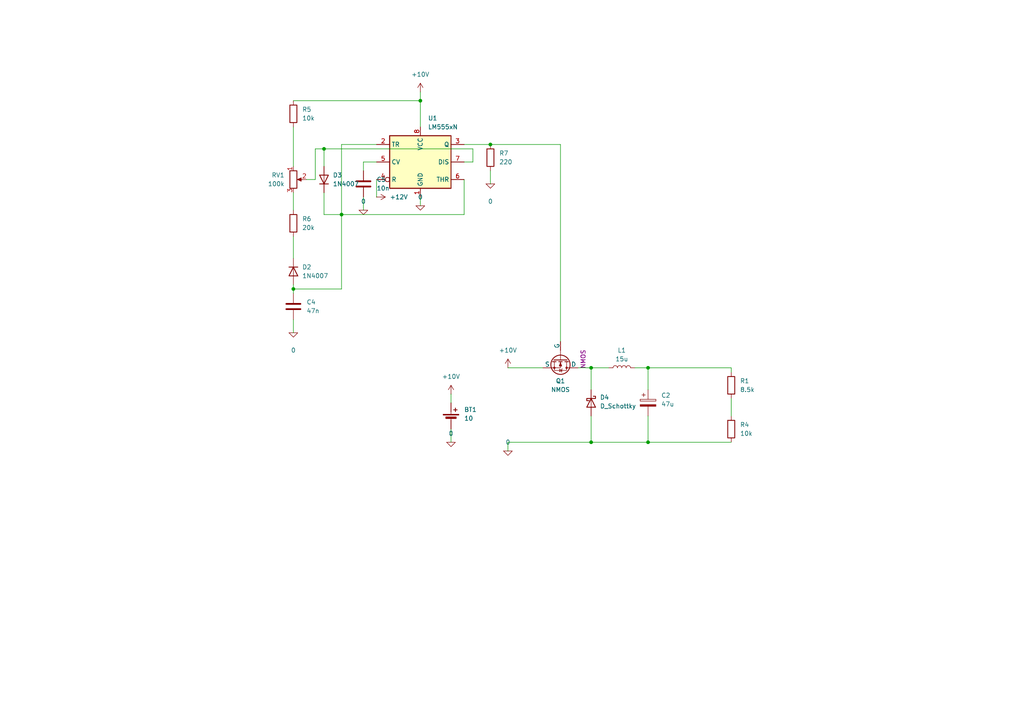
<source format=kicad_sch>
(kicad_sch
	(version 20231120)
	(generator "eeschema")
	(generator_version "8.0")
	(uuid "08dc936a-085d-4119-82aa-be853f09501f")
	(paper "A4")
	(title_block
		(title "BUCK CONVERTER")
	)
	(lib_symbols
		(symbol "Device:Battery_Cell"
			(pin_numbers hide)
			(pin_names
				(offset 0) hide)
			(exclude_from_sim no)
			(in_bom yes)
			(on_board yes)
			(property "Reference" "BT"
				(at 2.54 2.54 0)
				(effects
					(font
						(size 1.27 1.27)
					)
					(justify left)
				)
			)
			(property "Value" "Battery_Cell"
				(at 2.54 0 0)
				(effects
					(font
						(size 1.27 1.27)
					)
					(justify left)
				)
			)
			(property "Footprint" ""
				(at 0 1.524 90)
				(effects
					(font
						(size 1.27 1.27)
					)
					(hide yes)
				)
			)
			(property "Datasheet" "~"
				(at 0 1.524 90)
				(effects
					(font
						(size 1.27 1.27)
					)
					(hide yes)
				)
			)
			(property "Description" "Single-cell battery"
				(at 0 0 0)
				(effects
					(font
						(size 1.27 1.27)
					)
					(hide yes)
				)
			)
			(property "ki_keywords" "battery cell"
				(at 0 0 0)
				(effects
					(font
						(size 1.27 1.27)
					)
					(hide yes)
				)
			)
			(symbol "Battery_Cell_0_1"
				(rectangle
					(start -2.286 1.778)
					(end 2.286 1.524)
					(stroke
						(width 0)
						(type default)
					)
					(fill
						(type outline)
					)
				)
				(rectangle
					(start -1.524 1.016)
					(end 1.524 0.508)
					(stroke
						(width 0)
						(type default)
					)
					(fill
						(type outline)
					)
				)
				(polyline
					(pts
						(xy 0 0.762) (xy 0 0)
					)
					(stroke
						(width 0)
						(type default)
					)
					(fill
						(type none)
					)
				)
				(polyline
					(pts
						(xy 0 1.778) (xy 0 2.54)
					)
					(stroke
						(width 0)
						(type default)
					)
					(fill
						(type none)
					)
				)
				(polyline
					(pts
						(xy 0.762 3.048) (xy 1.778 3.048)
					)
					(stroke
						(width 0.254)
						(type default)
					)
					(fill
						(type none)
					)
				)
				(polyline
					(pts
						(xy 1.27 3.556) (xy 1.27 2.54)
					)
					(stroke
						(width 0.254)
						(type default)
					)
					(fill
						(type none)
					)
				)
			)
			(symbol "Battery_Cell_1_1"
				(pin passive line
					(at 0 5.08 270)
					(length 2.54)
					(name "+"
						(effects
							(font
								(size 1.27 1.27)
							)
						)
					)
					(number "1"
						(effects
							(font
								(size 1.27 1.27)
							)
						)
					)
				)
				(pin passive line
					(at 0 -2.54 90)
					(length 2.54)
					(name "-"
						(effects
							(font
								(size 1.27 1.27)
							)
						)
					)
					(number "2"
						(effects
							(font
								(size 1.27 1.27)
							)
						)
					)
				)
			)
		)
		(symbol "Device:C"
			(pin_numbers hide)
			(pin_names
				(offset 0.254)
			)
			(exclude_from_sim no)
			(in_bom yes)
			(on_board yes)
			(property "Reference" "C"
				(at 0.635 2.54 0)
				(effects
					(font
						(size 1.27 1.27)
					)
					(justify left)
				)
			)
			(property "Value" "C"
				(at 0.635 -2.54 0)
				(effects
					(font
						(size 1.27 1.27)
					)
					(justify left)
				)
			)
			(property "Footprint" ""
				(at 0.9652 -3.81 0)
				(effects
					(font
						(size 1.27 1.27)
					)
					(hide yes)
				)
			)
			(property "Datasheet" "~"
				(at 0 0 0)
				(effects
					(font
						(size 1.27 1.27)
					)
					(hide yes)
				)
			)
			(property "Description" "Unpolarized capacitor"
				(at 0 0 0)
				(effects
					(font
						(size 1.27 1.27)
					)
					(hide yes)
				)
			)
			(property "ki_keywords" "cap capacitor"
				(at 0 0 0)
				(effects
					(font
						(size 1.27 1.27)
					)
					(hide yes)
				)
			)
			(property "ki_fp_filters" "C_*"
				(at 0 0 0)
				(effects
					(font
						(size 1.27 1.27)
					)
					(hide yes)
				)
			)
			(symbol "C_0_1"
				(polyline
					(pts
						(xy -2.032 -0.762) (xy 2.032 -0.762)
					)
					(stroke
						(width 0.508)
						(type default)
					)
					(fill
						(type none)
					)
				)
				(polyline
					(pts
						(xy -2.032 0.762) (xy 2.032 0.762)
					)
					(stroke
						(width 0.508)
						(type default)
					)
					(fill
						(type none)
					)
				)
			)
			(symbol "C_1_1"
				(pin passive line
					(at 0 3.81 270)
					(length 2.794)
					(name "~"
						(effects
							(font
								(size 1.27 1.27)
							)
						)
					)
					(number "1"
						(effects
							(font
								(size 1.27 1.27)
							)
						)
					)
				)
				(pin passive line
					(at 0 -3.81 90)
					(length 2.794)
					(name "~"
						(effects
							(font
								(size 1.27 1.27)
							)
						)
					)
					(number "2"
						(effects
							(font
								(size 1.27 1.27)
							)
						)
					)
				)
			)
		)
		(symbol "Device:C_Polarized"
			(pin_numbers hide)
			(pin_names
				(offset 0.254)
			)
			(exclude_from_sim no)
			(in_bom yes)
			(on_board yes)
			(property "Reference" "C"
				(at 0.635 2.54 0)
				(effects
					(font
						(size 1.27 1.27)
					)
					(justify left)
				)
			)
			(property "Value" "C_Polarized"
				(at 0.635 -2.54 0)
				(effects
					(font
						(size 1.27 1.27)
					)
					(justify left)
				)
			)
			(property "Footprint" ""
				(at 0.9652 -3.81 0)
				(effects
					(font
						(size 1.27 1.27)
					)
					(hide yes)
				)
			)
			(property "Datasheet" "~"
				(at 0 0 0)
				(effects
					(font
						(size 1.27 1.27)
					)
					(hide yes)
				)
			)
			(property "Description" "Polarized capacitor"
				(at 0 0 0)
				(effects
					(font
						(size 1.27 1.27)
					)
					(hide yes)
				)
			)
			(property "ki_keywords" "cap capacitor"
				(at 0 0 0)
				(effects
					(font
						(size 1.27 1.27)
					)
					(hide yes)
				)
			)
			(property "ki_fp_filters" "CP_*"
				(at 0 0 0)
				(effects
					(font
						(size 1.27 1.27)
					)
					(hide yes)
				)
			)
			(symbol "C_Polarized_0_1"
				(rectangle
					(start -2.286 0.508)
					(end 2.286 1.016)
					(stroke
						(width 0)
						(type default)
					)
					(fill
						(type none)
					)
				)
				(polyline
					(pts
						(xy -1.778 2.286) (xy -0.762 2.286)
					)
					(stroke
						(width 0)
						(type default)
					)
					(fill
						(type none)
					)
				)
				(polyline
					(pts
						(xy -1.27 2.794) (xy -1.27 1.778)
					)
					(stroke
						(width 0)
						(type default)
					)
					(fill
						(type none)
					)
				)
				(rectangle
					(start 2.286 -0.508)
					(end -2.286 -1.016)
					(stroke
						(width 0)
						(type default)
					)
					(fill
						(type outline)
					)
				)
			)
			(symbol "C_Polarized_1_1"
				(pin passive line
					(at 0 3.81 270)
					(length 2.794)
					(name "~"
						(effects
							(font
								(size 1.27 1.27)
							)
						)
					)
					(number "1"
						(effects
							(font
								(size 1.27 1.27)
							)
						)
					)
				)
				(pin passive line
					(at 0 -3.81 90)
					(length 2.794)
					(name "~"
						(effects
							(font
								(size 1.27 1.27)
							)
						)
					)
					(number "2"
						(effects
							(font
								(size 1.27 1.27)
							)
						)
					)
				)
			)
		)
		(symbol "Device:D_Schottky"
			(pin_numbers hide)
			(pin_names
				(offset 1.016) hide)
			(exclude_from_sim no)
			(in_bom yes)
			(on_board yes)
			(property "Reference" "D"
				(at 0 2.54 0)
				(effects
					(font
						(size 1.27 1.27)
					)
				)
			)
			(property "Value" "D_Schottky"
				(at 0 -2.54 0)
				(effects
					(font
						(size 1.27 1.27)
					)
				)
			)
			(property "Footprint" ""
				(at 0 0 0)
				(effects
					(font
						(size 1.27 1.27)
					)
					(hide yes)
				)
			)
			(property "Datasheet" "~"
				(at 0 0 0)
				(effects
					(font
						(size 1.27 1.27)
					)
					(hide yes)
				)
			)
			(property "Description" "Schottky diode"
				(at 0 0 0)
				(effects
					(font
						(size 1.27 1.27)
					)
					(hide yes)
				)
			)
			(property "ki_keywords" "diode Schottky"
				(at 0 0 0)
				(effects
					(font
						(size 1.27 1.27)
					)
					(hide yes)
				)
			)
			(property "ki_fp_filters" "TO-???* *_Diode_* *SingleDiode* D_*"
				(at 0 0 0)
				(effects
					(font
						(size 1.27 1.27)
					)
					(hide yes)
				)
			)
			(symbol "D_Schottky_0_1"
				(polyline
					(pts
						(xy 1.27 0) (xy -1.27 0)
					)
					(stroke
						(width 0)
						(type default)
					)
					(fill
						(type none)
					)
				)
				(polyline
					(pts
						(xy 1.27 1.27) (xy 1.27 -1.27) (xy -1.27 0) (xy 1.27 1.27)
					)
					(stroke
						(width 0.254)
						(type default)
					)
					(fill
						(type none)
					)
				)
				(polyline
					(pts
						(xy -1.905 0.635) (xy -1.905 1.27) (xy -1.27 1.27) (xy -1.27 -1.27) (xy -0.635 -1.27) (xy -0.635 -0.635)
					)
					(stroke
						(width 0.254)
						(type default)
					)
					(fill
						(type none)
					)
				)
			)
			(symbol "D_Schottky_1_1"
				(pin passive line
					(at -3.81 0 0)
					(length 2.54)
					(name "K"
						(effects
							(font
								(size 1.27 1.27)
							)
						)
					)
					(number "1"
						(effects
							(font
								(size 1.27 1.27)
							)
						)
					)
				)
				(pin passive line
					(at 3.81 0 180)
					(length 2.54)
					(name "A"
						(effects
							(font
								(size 1.27 1.27)
							)
						)
					)
					(number "2"
						(effects
							(font
								(size 1.27 1.27)
							)
						)
					)
				)
			)
		)
		(symbol "Device:L"
			(pin_numbers hide)
			(pin_names
				(offset 1.016) hide)
			(exclude_from_sim no)
			(in_bom yes)
			(on_board yes)
			(property "Reference" "L"
				(at -1.27 0 90)
				(effects
					(font
						(size 1.27 1.27)
					)
				)
			)
			(property "Value" "L"
				(at 1.905 0 90)
				(effects
					(font
						(size 1.27 1.27)
					)
				)
			)
			(property "Footprint" ""
				(at 0 0 0)
				(effects
					(font
						(size 1.27 1.27)
					)
					(hide yes)
				)
			)
			(property "Datasheet" "~"
				(at 0 0 0)
				(effects
					(font
						(size 1.27 1.27)
					)
					(hide yes)
				)
			)
			(property "Description" "Inductor"
				(at 0 0 0)
				(effects
					(font
						(size 1.27 1.27)
					)
					(hide yes)
				)
			)
			(property "ki_keywords" "inductor choke coil reactor magnetic"
				(at 0 0 0)
				(effects
					(font
						(size 1.27 1.27)
					)
					(hide yes)
				)
			)
			(property "ki_fp_filters" "Choke_* *Coil* Inductor_* L_*"
				(at 0 0 0)
				(effects
					(font
						(size 1.27 1.27)
					)
					(hide yes)
				)
			)
			(symbol "L_0_1"
				(arc
					(start 0 -2.54)
					(mid 0.6323 -1.905)
					(end 0 -1.27)
					(stroke
						(width 0)
						(type default)
					)
					(fill
						(type none)
					)
				)
				(arc
					(start 0 -1.27)
					(mid 0.6323 -0.635)
					(end 0 0)
					(stroke
						(width 0)
						(type default)
					)
					(fill
						(type none)
					)
				)
				(arc
					(start 0 0)
					(mid 0.6323 0.635)
					(end 0 1.27)
					(stroke
						(width 0)
						(type default)
					)
					(fill
						(type none)
					)
				)
				(arc
					(start 0 1.27)
					(mid 0.6323 1.905)
					(end 0 2.54)
					(stroke
						(width 0)
						(type default)
					)
					(fill
						(type none)
					)
				)
			)
			(symbol "L_1_1"
				(pin passive line
					(at 0 3.81 270)
					(length 1.27)
					(name "1"
						(effects
							(font
								(size 1.27 1.27)
							)
						)
					)
					(number "1"
						(effects
							(font
								(size 1.27 1.27)
							)
						)
					)
				)
				(pin passive line
					(at 0 -3.81 90)
					(length 1.27)
					(name "2"
						(effects
							(font
								(size 1.27 1.27)
							)
						)
					)
					(number "2"
						(effects
							(font
								(size 1.27 1.27)
							)
						)
					)
				)
			)
		)
		(symbol "Device:R"
			(pin_numbers hide)
			(pin_names
				(offset 0)
			)
			(exclude_from_sim no)
			(in_bom yes)
			(on_board yes)
			(property "Reference" "R"
				(at 2.032 0 90)
				(effects
					(font
						(size 1.27 1.27)
					)
				)
			)
			(property "Value" "R"
				(at 0 0 90)
				(effects
					(font
						(size 1.27 1.27)
					)
				)
			)
			(property "Footprint" ""
				(at -1.778 0 90)
				(effects
					(font
						(size 1.27 1.27)
					)
					(hide yes)
				)
			)
			(property "Datasheet" "~"
				(at 0 0 0)
				(effects
					(font
						(size 1.27 1.27)
					)
					(hide yes)
				)
			)
			(property "Description" "Resistor"
				(at 0 0 0)
				(effects
					(font
						(size 1.27 1.27)
					)
					(hide yes)
				)
			)
			(property "ki_keywords" "R res resistor"
				(at 0 0 0)
				(effects
					(font
						(size 1.27 1.27)
					)
					(hide yes)
				)
			)
			(property "ki_fp_filters" "R_*"
				(at 0 0 0)
				(effects
					(font
						(size 1.27 1.27)
					)
					(hide yes)
				)
			)
			(symbol "R_0_1"
				(rectangle
					(start -1.016 -2.54)
					(end 1.016 2.54)
					(stroke
						(width 0.254)
						(type default)
					)
					(fill
						(type none)
					)
				)
			)
			(symbol "R_1_1"
				(pin passive line
					(at 0 3.81 270)
					(length 1.27)
					(name "~"
						(effects
							(font
								(size 1.27 1.27)
							)
						)
					)
					(number "1"
						(effects
							(font
								(size 1.27 1.27)
							)
						)
					)
				)
				(pin passive line
					(at 0 -3.81 90)
					(length 1.27)
					(name "~"
						(effects
							(font
								(size 1.27 1.27)
							)
						)
					)
					(number "2"
						(effects
							(font
								(size 1.27 1.27)
							)
						)
					)
				)
			)
		)
		(symbol "Device:R_Potentiometer"
			(pin_names
				(offset 1.016) hide)
			(exclude_from_sim no)
			(in_bom yes)
			(on_board yes)
			(property "Reference" "RV"
				(at -4.445 0 90)
				(effects
					(font
						(size 1.27 1.27)
					)
				)
			)
			(property "Value" "R_Potentiometer"
				(at -2.54 0 90)
				(effects
					(font
						(size 1.27 1.27)
					)
				)
			)
			(property "Footprint" ""
				(at 0 0 0)
				(effects
					(font
						(size 1.27 1.27)
					)
					(hide yes)
				)
			)
			(property "Datasheet" "~"
				(at 0 0 0)
				(effects
					(font
						(size 1.27 1.27)
					)
					(hide yes)
				)
			)
			(property "Description" "Potentiometer"
				(at 0 0 0)
				(effects
					(font
						(size 1.27 1.27)
					)
					(hide yes)
				)
			)
			(property "ki_keywords" "resistor variable"
				(at 0 0 0)
				(effects
					(font
						(size 1.27 1.27)
					)
					(hide yes)
				)
			)
			(property "ki_fp_filters" "Potentiometer*"
				(at 0 0 0)
				(effects
					(font
						(size 1.27 1.27)
					)
					(hide yes)
				)
			)
			(symbol "R_Potentiometer_0_1"
				(polyline
					(pts
						(xy 2.54 0) (xy 1.524 0)
					)
					(stroke
						(width 0)
						(type default)
					)
					(fill
						(type none)
					)
				)
				(polyline
					(pts
						(xy 1.143 0) (xy 2.286 0.508) (xy 2.286 -0.508) (xy 1.143 0)
					)
					(stroke
						(width 0)
						(type default)
					)
					(fill
						(type outline)
					)
				)
				(rectangle
					(start 1.016 2.54)
					(end -1.016 -2.54)
					(stroke
						(width 0.254)
						(type default)
					)
					(fill
						(type none)
					)
				)
			)
			(symbol "R_Potentiometer_1_1"
				(pin passive line
					(at 0 3.81 270)
					(length 1.27)
					(name "1"
						(effects
							(font
								(size 1.27 1.27)
							)
						)
					)
					(number "1"
						(effects
							(font
								(size 1.27 1.27)
							)
						)
					)
				)
				(pin passive line
					(at 3.81 0 180)
					(length 1.27)
					(name "2"
						(effects
							(font
								(size 1.27 1.27)
							)
						)
					)
					(number "2"
						(effects
							(font
								(size 1.27 1.27)
							)
						)
					)
				)
				(pin passive line
					(at 0 -3.81 90)
					(length 1.27)
					(name "3"
						(effects
							(font
								(size 1.27 1.27)
							)
						)
					)
					(number "3"
						(effects
							(font
								(size 1.27 1.27)
							)
						)
					)
				)
			)
		)
		(symbol "Diode:1N4007"
			(pin_numbers hide)
			(pin_names hide)
			(exclude_from_sim no)
			(in_bom yes)
			(on_board yes)
			(property "Reference" "D"
				(at 0 2.54 0)
				(effects
					(font
						(size 1.27 1.27)
					)
				)
			)
			(property "Value" "1N4007"
				(at 0 -2.54 0)
				(effects
					(font
						(size 1.27 1.27)
					)
				)
			)
			(property "Footprint" "Diode_THT:D_DO-41_SOD81_P10.16mm_Horizontal"
				(at 0 -4.445 0)
				(effects
					(font
						(size 1.27 1.27)
					)
					(hide yes)
				)
			)
			(property "Datasheet" "http://www.vishay.com/docs/88503/1n4001.pdf"
				(at 0 0 0)
				(effects
					(font
						(size 1.27 1.27)
					)
					(hide yes)
				)
			)
			(property "Description" "1000V 1A General Purpose Rectifier Diode, DO-41"
				(at 0 0 0)
				(effects
					(font
						(size 1.27 1.27)
					)
					(hide yes)
				)
			)
			(property "Sim.Device" "D"
				(at 0 0 0)
				(effects
					(font
						(size 1.27 1.27)
					)
					(hide yes)
				)
			)
			(property "Sim.Pins" "1=K 2=A"
				(at 0 0 0)
				(effects
					(font
						(size 1.27 1.27)
					)
					(hide yes)
				)
			)
			(property "ki_keywords" "diode"
				(at 0 0 0)
				(effects
					(font
						(size 1.27 1.27)
					)
					(hide yes)
				)
			)
			(property "ki_fp_filters" "D*DO?41*"
				(at 0 0 0)
				(effects
					(font
						(size 1.27 1.27)
					)
					(hide yes)
				)
			)
			(symbol "1N4007_0_1"
				(polyline
					(pts
						(xy -1.27 1.27) (xy -1.27 -1.27)
					)
					(stroke
						(width 0.254)
						(type default)
					)
					(fill
						(type none)
					)
				)
				(polyline
					(pts
						(xy 1.27 0) (xy -1.27 0)
					)
					(stroke
						(width 0)
						(type default)
					)
					(fill
						(type none)
					)
				)
				(polyline
					(pts
						(xy 1.27 1.27) (xy 1.27 -1.27) (xy -1.27 0) (xy 1.27 1.27)
					)
					(stroke
						(width 0.254)
						(type default)
					)
					(fill
						(type none)
					)
				)
			)
			(symbol "1N4007_1_1"
				(pin passive line
					(at -3.81 0 0)
					(length 2.54)
					(name "K"
						(effects
							(font
								(size 1.27 1.27)
							)
						)
					)
					(number "1"
						(effects
							(font
								(size 1.27 1.27)
							)
						)
					)
				)
				(pin passive line
					(at 3.81 0 180)
					(length 2.54)
					(name "A"
						(effects
							(font
								(size 1.27 1.27)
							)
						)
					)
					(number "2"
						(effects
							(font
								(size 1.27 1.27)
							)
						)
					)
				)
			)
		)
		(symbol "Simulation_SPICE:0"
			(power)
			(pin_numbers hide)
			(pin_names
				(offset 0) hide)
			(exclude_from_sim no)
			(in_bom yes)
			(on_board yes)
			(property "Reference" "#GND"
				(at 0 -5.08 0)
				(effects
					(font
						(size 1.27 1.27)
					)
					(hide yes)
				)
			)
			(property "Value" "0"
				(at 0 -2.54 0)
				(effects
					(font
						(size 1.27 1.27)
					)
				)
			)
			(property "Footprint" ""
				(at 0 0 0)
				(effects
					(font
						(size 1.27 1.27)
					)
					(hide yes)
				)
			)
			(property "Datasheet" "https://ngspice.sourceforge.io/docs/ngspice-html-manual/manual.xhtml#subsec_Circuit_elements__device"
				(at 0 -10.16 0)
				(effects
					(font
						(size 1.27 1.27)
					)
					(hide yes)
				)
			)
			(property "Description" "0V reference potential for simulation"
				(at 0 -7.62 0)
				(effects
					(font
						(size 1.27 1.27)
					)
					(hide yes)
				)
			)
			(property "ki_keywords" "simulation"
				(at 0 0 0)
				(effects
					(font
						(size 1.27 1.27)
					)
					(hide yes)
				)
			)
			(symbol "0_0_1"
				(polyline
					(pts
						(xy -1.27 0) (xy 0 -1.27) (xy 1.27 0) (xy -1.27 0)
					)
					(stroke
						(width 0)
						(type default)
					)
					(fill
						(type none)
					)
				)
			)
			(symbol "0_1_1"
				(pin power_in line
					(at 0 0 0)
					(length 0)
					(name "~"
						(effects
							(font
								(size 1.016 1.016)
							)
						)
					)
					(number "1"
						(effects
							(font
								(size 1.016 1.016)
							)
						)
					)
				)
			)
		)
		(symbol "Simulation_SPICE:NMOS"
			(pin_numbers hide)
			(pin_names
				(offset 0)
			)
			(exclude_from_sim no)
			(in_bom yes)
			(on_board yes)
			(property "Reference" "Q"
				(at 5.08 1.27 0)
				(effects
					(font
						(size 1.27 1.27)
					)
					(justify left)
				)
			)
			(property "Value" "NMOS"
				(at 5.08 -1.27 0)
				(effects
					(font
						(size 1.27 1.27)
					)
					(justify left)
				)
			)
			(property "Footprint" ""
				(at 5.08 2.54 0)
				(effects
					(font
						(size 1.27 1.27)
					)
					(hide yes)
				)
			)
			(property "Datasheet" "https://ngspice.sourceforge.io/docs/ngspice-html-manual/manual.xhtml#cha_MOSFETs"
				(at 0 -12.7 0)
				(effects
					(font
						(size 1.27 1.27)
					)
					(hide yes)
				)
			)
			(property "Description" "N-MOSFET transistor, drain/source/gate"
				(at 0 0 0)
				(effects
					(font
						(size 1.27 1.27)
					)
					(hide yes)
				)
			)
			(property "Sim.Device" "NMOS"
				(at 0 -17.145 0)
				(effects
					(font
						(size 1.27 1.27)
					)
					(hide yes)
				)
			)
			(property "Sim.Type" "VDMOS"
				(at 0 -19.05 0)
				(effects
					(font
						(size 1.27 1.27)
					)
					(hide yes)
				)
			)
			(property "Sim.Pins" "1=D 2=G 3=S"
				(at 0 -15.24 0)
				(effects
					(font
						(size 1.27 1.27)
					)
					(hide yes)
				)
			)
			(property "ki_keywords" "transistor NMOS N-MOS N-MOSFET simulation"
				(at 0 0 0)
				(effects
					(font
						(size 1.27 1.27)
					)
					(hide yes)
				)
			)
			(symbol "NMOS_0_1"
				(polyline
					(pts
						(xy 0.254 0) (xy -2.54 0)
					)
					(stroke
						(width 0)
						(type default)
					)
					(fill
						(type none)
					)
				)
				(polyline
					(pts
						(xy 0.254 1.905) (xy 0.254 -1.905)
					)
					(stroke
						(width 0.254)
						(type default)
					)
					(fill
						(type none)
					)
				)
				(polyline
					(pts
						(xy 0.762 -1.27) (xy 0.762 -2.286)
					)
					(stroke
						(width 0.254)
						(type default)
					)
					(fill
						(type none)
					)
				)
				(polyline
					(pts
						(xy 0.762 0.508) (xy 0.762 -0.508)
					)
					(stroke
						(width 0.254)
						(type default)
					)
					(fill
						(type none)
					)
				)
				(polyline
					(pts
						(xy 0.762 2.286) (xy 0.762 1.27)
					)
					(stroke
						(width 0.254)
						(type default)
					)
					(fill
						(type none)
					)
				)
				(polyline
					(pts
						(xy 2.54 2.54) (xy 2.54 1.778)
					)
					(stroke
						(width 0)
						(type default)
					)
					(fill
						(type none)
					)
				)
				(polyline
					(pts
						(xy 2.54 -2.54) (xy 2.54 0) (xy 0.762 0)
					)
					(stroke
						(width 0)
						(type default)
					)
					(fill
						(type none)
					)
				)
				(polyline
					(pts
						(xy 0.762 -1.778) (xy 3.302 -1.778) (xy 3.302 1.778) (xy 0.762 1.778)
					)
					(stroke
						(width 0)
						(type default)
					)
					(fill
						(type none)
					)
				)
				(polyline
					(pts
						(xy 1.016 0) (xy 2.032 0.381) (xy 2.032 -0.381) (xy 1.016 0)
					)
					(stroke
						(width 0)
						(type default)
					)
					(fill
						(type outline)
					)
				)
				(polyline
					(pts
						(xy 2.794 0.508) (xy 2.921 0.381) (xy 3.683 0.381) (xy 3.81 0.254)
					)
					(stroke
						(width 0)
						(type default)
					)
					(fill
						(type none)
					)
				)
				(polyline
					(pts
						(xy 3.302 0.381) (xy 2.921 -0.254) (xy 3.683 -0.254) (xy 3.302 0.381)
					)
					(stroke
						(width 0)
						(type default)
					)
					(fill
						(type none)
					)
				)
				(circle
					(center 1.651 0)
					(radius 2.794)
					(stroke
						(width 0.254)
						(type default)
					)
					(fill
						(type none)
					)
				)
				(circle
					(center 2.54 -1.778)
					(radius 0.254)
					(stroke
						(width 0)
						(type default)
					)
					(fill
						(type outline)
					)
				)
				(circle
					(center 2.54 1.778)
					(radius 0.254)
					(stroke
						(width 0)
						(type default)
					)
					(fill
						(type outline)
					)
				)
			)
			(symbol "NMOS_1_1"
				(pin passive line
					(at 2.54 5.08 270)
					(length 2.54)
					(name "D"
						(effects
							(font
								(size 1.27 1.27)
							)
						)
					)
					(number "1"
						(effects
							(font
								(size 1.27 1.27)
							)
						)
					)
				)
				(pin input line
					(at -5.08 0 0)
					(length 2.54)
					(name "G"
						(effects
							(font
								(size 1.27 1.27)
							)
						)
					)
					(number "2"
						(effects
							(font
								(size 1.27 1.27)
							)
						)
					)
				)
				(pin passive line
					(at 2.54 -5.08 90)
					(length 2.54)
					(name "S"
						(effects
							(font
								(size 1.27 1.27)
							)
						)
					)
					(number "3"
						(effects
							(font
								(size 1.27 1.27)
							)
						)
					)
				)
			)
		)
		(symbol "Timer:LM555xN"
			(exclude_from_sim no)
			(in_bom yes)
			(on_board yes)
			(property "Reference" "U"
				(at -10.16 8.89 0)
				(effects
					(font
						(size 1.27 1.27)
					)
					(justify left)
				)
			)
			(property "Value" "LM555xN"
				(at 2.54 8.89 0)
				(effects
					(font
						(size 1.27 1.27)
					)
					(justify left)
				)
			)
			(property "Footprint" "Package_DIP:DIP-8_W7.62mm"
				(at 16.51 -10.16 0)
				(effects
					(font
						(size 1.27 1.27)
					)
					(hide yes)
				)
			)
			(property "Datasheet" "http://www.ti.com/lit/ds/symlink/lm555.pdf"
				(at 21.59 -10.16 0)
				(effects
					(font
						(size 1.27 1.27)
					)
					(hide yes)
				)
			)
			(property "Description" "Timer, 555 compatible, PDIP-8"
				(at 0 0 0)
				(effects
					(font
						(size 1.27 1.27)
					)
					(hide yes)
				)
			)
			(property "ki_keywords" "single timer 555"
				(at 0 0 0)
				(effects
					(font
						(size 1.27 1.27)
					)
					(hide yes)
				)
			)
			(property "ki_fp_filters" "DIP*W7.62mm*"
				(at 0 0 0)
				(effects
					(font
						(size 1.27 1.27)
					)
					(hide yes)
				)
			)
			(symbol "LM555xN_0_0"
				(pin power_in line
					(at 0 -10.16 90)
					(length 2.54)
					(name "GND"
						(effects
							(font
								(size 1.27 1.27)
							)
						)
					)
					(number "1"
						(effects
							(font
								(size 1.27 1.27)
							)
						)
					)
				)
				(pin power_in line
					(at 0 10.16 270)
					(length 2.54)
					(name "VCC"
						(effects
							(font
								(size 1.27 1.27)
							)
						)
					)
					(number "8"
						(effects
							(font
								(size 1.27 1.27)
							)
						)
					)
				)
			)
			(symbol "LM555xN_0_1"
				(rectangle
					(start -8.89 -7.62)
					(end 8.89 7.62)
					(stroke
						(width 0.254)
						(type default)
					)
					(fill
						(type background)
					)
				)
				(rectangle
					(start -8.89 -7.62)
					(end 8.89 7.62)
					(stroke
						(width 0.254)
						(type default)
					)
					(fill
						(type background)
					)
				)
			)
			(symbol "LM555xN_1_1"
				(pin input line
					(at -12.7 5.08 0)
					(length 3.81)
					(name "TR"
						(effects
							(font
								(size 1.27 1.27)
							)
						)
					)
					(number "2"
						(effects
							(font
								(size 1.27 1.27)
							)
						)
					)
				)
				(pin output line
					(at 12.7 5.08 180)
					(length 3.81)
					(name "Q"
						(effects
							(font
								(size 1.27 1.27)
							)
						)
					)
					(number "3"
						(effects
							(font
								(size 1.27 1.27)
							)
						)
					)
				)
				(pin input inverted
					(at -12.7 -5.08 0)
					(length 3.81)
					(name "R"
						(effects
							(font
								(size 1.27 1.27)
							)
						)
					)
					(number "4"
						(effects
							(font
								(size 1.27 1.27)
							)
						)
					)
				)
				(pin input line
					(at -12.7 0 0)
					(length 3.81)
					(name "CV"
						(effects
							(font
								(size 1.27 1.27)
							)
						)
					)
					(number "5"
						(effects
							(font
								(size 1.27 1.27)
							)
						)
					)
				)
				(pin input line
					(at 12.7 -5.08 180)
					(length 3.81)
					(name "THR"
						(effects
							(font
								(size 1.27 1.27)
							)
						)
					)
					(number "6"
						(effects
							(font
								(size 1.27 1.27)
							)
						)
					)
				)
				(pin input line
					(at 12.7 0 180)
					(length 3.81)
					(name "DIS"
						(effects
							(font
								(size 1.27 1.27)
							)
						)
					)
					(number "7"
						(effects
							(font
								(size 1.27 1.27)
							)
						)
					)
				)
			)
		)
		(symbol "power:+12V"
			(power)
			(pin_numbers hide)
			(pin_names
				(offset 0) hide)
			(exclude_from_sim no)
			(in_bom yes)
			(on_board yes)
			(property "Reference" "#PWR"
				(at 0 -3.81 0)
				(effects
					(font
						(size 1.27 1.27)
					)
					(hide yes)
				)
			)
			(property "Value" "+12V"
				(at 0 3.556 0)
				(effects
					(font
						(size 1.27 1.27)
					)
				)
			)
			(property "Footprint" ""
				(at 0 0 0)
				(effects
					(font
						(size 1.27 1.27)
					)
					(hide yes)
				)
			)
			(property "Datasheet" ""
				(at 0 0 0)
				(effects
					(font
						(size 1.27 1.27)
					)
					(hide yes)
				)
			)
			(property "Description" "Power symbol creates a global label with name \"+12V\""
				(at 0 0 0)
				(effects
					(font
						(size 1.27 1.27)
					)
					(hide yes)
				)
			)
			(property "ki_keywords" "global power"
				(at 0 0 0)
				(effects
					(font
						(size 1.27 1.27)
					)
					(hide yes)
				)
			)
			(symbol "+12V_0_1"
				(polyline
					(pts
						(xy -0.762 1.27) (xy 0 2.54)
					)
					(stroke
						(width 0)
						(type default)
					)
					(fill
						(type none)
					)
				)
				(polyline
					(pts
						(xy 0 0) (xy 0 2.54)
					)
					(stroke
						(width 0)
						(type default)
					)
					(fill
						(type none)
					)
				)
				(polyline
					(pts
						(xy 0 2.54) (xy 0.762 1.27)
					)
					(stroke
						(width 0)
						(type default)
					)
					(fill
						(type none)
					)
				)
			)
			(symbol "+12V_1_1"
				(pin power_in line
					(at 0 0 90)
					(length 0)
					(name "~"
						(effects
							(font
								(size 1.27 1.27)
							)
						)
					)
					(number "1"
						(effects
							(font
								(size 1.27 1.27)
							)
						)
					)
				)
			)
		)
		(symbol "power:+5V"
			(power)
			(pin_numbers hide)
			(pin_names
				(offset 0) hide)
			(exclude_from_sim no)
			(in_bom yes)
			(on_board yes)
			(property "Reference" "#PWR"
				(at 0 -3.81 0)
				(effects
					(font
						(size 1.27 1.27)
					)
					(hide yes)
				)
			)
			(property "Value" "+5V"
				(at 0 3.556 0)
				(effects
					(font
						(size 1.27 1.27)
					)
				)
			)
			(property "Footprint" ""
				(at 0 0 0)
				(effects
					(font
						(size 1.27 1.27)
					)
					(hide yes)
				)
			)
			(property "Datasheet" ""
				(at 0 0 0)
				(effects
					(font
						(size 1.27 1.27)
					)
					(hide yes)
				)
			)
			(property "Description" "Power symbol creates a global label with name \"+5V\""
				(at 0 0 0)
				(effects
					(font
						(size 1.27 1.27)
					)
					(hide yes)
				)
			)
			(property "ki_keywords" "global power"
				(at 0 0 0)
				(effects
					(font
						(size 1.27 1.27)
					)
					(hide yes)
				)
			)
			(symbol "+5V_0_1"
				(polyline
					(pts
						(xy -0.762 1.27) (xy 0 2.54)
					)
					(stroke
						(width 0)
						(type default)
					)
					(fill
						(type none)
					)
				)
				(polyline
					(pts
						(xy 0 0) (xy 0 2.54)
					)
					(stroke
						(width 0)
						(type default)
					)
					(fill
						(type none)
					)
				)
				(polyline
					(pts
						(xy 0 2.54) (xy 0.762 1.27)
					)
					(stroke
						(width 0)
						(type default)
					)
					(fill
						(type none)
					)
				)
			)
			(symbol "+5V_1_1"
				(pin power_in line
					(at 0 0 90)
					(length 0)
					(name "~"
						(effects
							(font
								(size 1.27 1.27)
							)
						)
					)
					(number "1"
						(effects
							(font
								(size 1.27 1.27)
							)
						)
					)
				)
			)
		)
	)
	(junction
		(at 99.06 62.23)
		(diameter 0)
		(color 0 0 0 0)
		(uuid "01e5c8f7-49e3-494e-84cc-102066c7d14e")
	)
	(junction
		(at 187.96 106.68)
		(diameter 0)
		(color 0 0 0 0)
		(uuid "0280cd56-8cd7-47db-8eef-17a20ccac553")
	)
	(junction
		(at 142.24 41.91)
		(diameter 0)
		(color 0 0 0 0)
		(uuid "2c332ea9-a86a-484f-b312-fa63b56a191e")
	)
	(junction
		(at 171.45 106.68)
		(diameter 0)
		(color 0 0 0 0)
		(uuid "48451614-bd14-4117-b20c-e232324794ac")
	)
	(junction
		(at 171.45 128.27)
		(diameter 0)
		(color 0 0 0 0)
		(uuid "87615dfb-e755-40eb-afe5-c5c1ce0cdcd9")
	)
	(junction
		(at 85.09 83.82)
		(diameter 0)
		(color 0 0 0 0)
		(uuid "97f44c7d-b67d-4a79-8072-15d49ad720d0")
	)
	(junction
		(at 93.98 43.18)
		(diameter 0)
		(color 0 0 0 0)
		(uuid "9e3ccee2-04cd-4901-9aae-d7731aa8cd3f")
	)
	(junction
		(at 121.92 29.21)
		(diameter 0)
		(color 0 0 0 0)
		(uuid "b329056a-5d73-49ce-9498-5e8f642ac66f")
	)
	(junction
		(at 187.96 128.27)
		(diameter 0)
		(color 0 0 0 0)
		(uuid "d92ac6d7-3109-4437-afe9-c587c5aa7da6")
	)
	(wire
		(pts
			(xy 99.06 62.23) (xy 134.62 62.23)
		)
		(stroke
			(width 0)
			(type default)
		)
		(uuid "050cd97a-99ae-4c0e-9140-fa0217f0db84")
	)
	(wire
		(pts
			(xy 109.22 57.15) (xy 109.22 52.07)
		)
		(stroke
			(width 0)
			(type default)
		)
		(uuid "0653d7bb-3f57-4c7f-9f98-ce39752def2d")
	)
	(wire
		(pts
			(xy 93.98 62.23) (xy 99.06 62.23)
		)
		(stroke
			(width 0)
			(type default)
		)
		(uuid "066c2df2-8444-44f9-9db0-09c53f87a425")
	)
	(wire
		(pts
			(xy 137.16 46.99) (xy 137.16 43.18)
		)
		(stroke
			(width 0)
			(type default)
		)
		(uuid "0672c2cc-b6ad-4030-9fff-a4d14dde7dcb")
	)
	(wire
		(pts
			(xy 184.15 106.68) (xy 187.96 106.68)
		)
		(stroke
			(width 0)
			(type default)
		)
		(uuid "0a00014a-3fa4-49a4-a5c8-af8711d2e585")
	)
	(wire
		(pts
			(xy 91.44 52.07) (xy 88.9 52.07)
		)
		(stroke
			(width 0)
			(type default)
		)
		(uuid "0a2ce6bc-2fd7-45ea-8254-55e23071eb8b")
	)
	(wire
		(pts
			(xy 85.09 96.52) (xy 85.09 92.71)
		)
		(stroke
			(width 0)
			(type default)
		)
		(uuid "0dc98998-a839-49da-9445-0fb6544af66e")
	)
	(wire
		(pts
			(xy 130.81 124.46) (xy 130.81 128.27)
		)
		(stroke
			(width 0)
			(type default)
		)
		(uuid "1255597c-73d9-40fd-939f-da9c139e9f61")
	)
	(wire
		(pts
			(xy 99.06 62.23) (xy 99.06 83.82)
		)
		(stroke
			(width 0)
			(type default)
		)
		(uuid "170247df-a30e-4f4d-8c5d-f9ef88a6913f")
	)
	(wire
		(pts
			(xy 147.32 106.68) (xy 157.48 106.68)
		)
		(stroke
			(width 0)
			(type default)
		)
		(uuid "171bfdc5-3e1f-4564-82f9-0e9426634681")
	)
	(wire
		(pts
			(xy 142.24 53.34) (xy 142.24 49.53)
		)
		(stroke
			(width 0)
			(type default)
		)
		(uuid "2480422a-54f9-43d7-8d5d-b8cf5e038952")
	)
	(wire
		(pts
			(xy 85.09 68.58) (xy 85.09 74.93)
		)
		(stroke
			(width 0)
			(type default)
		)
		(uuid "24b578b1-a8fa-48b8-bc00-a7d8e7c0deb5")
	)
	(wire
		(pts
			(xy 171.45 106.68) (xy 171.45 113.03)
		)
		(stroke
			(width 0)
			(type default)
		)
		(uuid "2936de55-d312-4b93-b1e3-0ad78269b98e")
	)
	(wire
		(pts
			(xy 105.41 46.99) (xy 105.41 49.53)
		)
		(stroke
			(width 0)
			(type default)
		)
		(uuid "4b73b789-791f-4c87-a479-4bf82f308f2d")
	)
	(wire
		(pts
			(xy 147.32 128.27) (xy 147.32 130.81)
		)
		(stroke
			(width 0)
			(type default)
		)
		(uuid "5c4ca490-459b-4156-926c-428e9df451a2")
	)
	(wire
		(pts
			(xy 130.81 114.3) (xy 130.81 116.84)
		)
		(stroke
			(width 0)
			(type default)
		)
		(uuid "5e997495-e3f2-4e6d-bcca-d362faa04f96")
	)
	(wire
		(pts
			(xy 187.96 106.68) (xy 187.96 113.03)
		)
		(stroke
			(width 0)
			(type default)
		)
		(uuid "6073f991-add2-4e5d-b458-f30315aea3f2")
	)
	(wire
		(pts
			(xy 134.62 41.91) (xy 142.24 41.91)
		)
		(stroke
			(width 0)
			(type default)
		)
		(uuid "62948732-4e0b-4776-ab7e-4fc8194a8204")
	)
	(wire
		(pts
			(xy 167.64 106.68) (xy 171.45 106.68)
		)
		(stroke
			(width 0)
			(type default)
		)
		(uuid "69ee56c1-685b-41c8-8369-b99083fa5f95")
	)
	(wire
		(pts
			(xy 85.09 36.83) (xy 85.09 48.26)
		)
		(stroke
			(width 0)
			(type default)
		)
		(uuid "6c3d5d33-f916-425e-94f2-c8a031af80f0")
	)
	(wire
		(pts
			(xy 134.62 52.07) (xy 134.62 62.23)
		)
		(stroke
			(width 0)
			(type default)
		)
		(uuid "70fb581c-efa5-4779-aec2-940ab0347bba")
	)
	(wire
		(pts
			(xy 171.45 120.65) (xy 171.45 128.27)
		)
		(stroke
			(width 0)
			(type default)
		)
		(uuid "7757923d-cb3b-456c-b471-70aa21ee37d8")
	)
	(wire
		(pts
			(xy 93.98 43.18) (xy 91.44 43.18)
		)
		(stroke
			(width 0)
			(type default)
		)
		(uuid "781725ba-f198-48bc-a118-bd6a43d27a42")
	)
	(wire
		(pts
			(xy 142.24 41.91) (xy 162.56 41.91)
		)
		(stroke
			(width 0)
			(type default)
		)
		(uuid "7d82931f-e1c0-4b6d-a579-f0549959805a")
	)
	(wire
		(pts
			(xy 187.96 128.27) (xy 212.09 128.27)
		)
		(stroke
			(width 0)
			(type default)
		)
		(uuid "7e187a53-5f4a-41ff-8d2e-19cdc96bcdd7")
	)
	(wire
		(pts
			(xy 137.16 43.18) (xy 93.98 43.18)
		)
		(stroke
			(width 0)
			(type default)
		)
		(uuid "85135acf-c8c4-4809-916f-9a423431a8ad")
	)
	(wire
		(pts
			(xy 93.98 48.26) (xy 93.98 43.18)
		)
		(stroke
			(width 0)
			(type default)
		)
		(uuid "8cb89c48-bd55-4b02-b67d-d16b54c5a396")
	)
	(wire
		(pts
			(xy 85.09 55.88) (xy 85.09 60.96)
		)
		(stroke
			(width 0)
			(type default)
		)
		(uuid "90cf8e23-4937-4a93-849f-171c70d8214c")
	)
	(wire
		(pts
			(xy 162.56 41.91) (xy 162.56 99.06)
		)
		(stroke
			(width 0)
			(type default)
		)
		(uuid "98053a7d-9dd6-429d-bf5f-ec66116f53ad")
	)
	(wire
		(pts
			(xy 171.45 106.68) (xy 176.53 106.68)
		)
		(stroke
			(width 0)
			(type default)
		)
		(uuid "986a7a15-7e0d-47ca-8ca8-ab32a4f8b6c1")
	)
	(wire
		(pts
			(xy 121.92 57.15) (xy 121.92 59.69)
		)
		(stroke
			(width 0)
			(type default)
		)
		(uuid "99a18c5a-c1ae-4593-aea5-c865de1fe443")
	)
	(wire
		(pts
			(xy 121.92 29.21) (xy 121.92 36.83)
		)
		(stroke
			(width 0)
			(type default)
		)
		(uuid "9ce82f3c-c7ab-41c5-aeb9-2fd80fcef580")
	)
	(wire
		(pts
			(xy 212.09 106.68) (xy 187.96 106.68)
		)
		(stroke
			(width 0)
			(type default)
		)
		(uuid "a03c4266-c0e9-40b5-ab9c-d55ccd2d5372")
	)
	(wire
		(pts
			(xy 171.45 128.27) (xy 187.96 128.27)
		)
		(stroke
			(width 0)
			(type default)
		)
		(uuid "a22674f1-9aad-4869-9a9b-01725902b8e8")
	)
	(wire
		(pts
			(xy 212.09 120.65) (xy 212.09 115.57)
		)
		(stroke
			(width 0)
			(type default)
		)
		(uuid "a42ee725-55bc-4a7b-a0ac-49ee0c4c2668")
	)
	(wire
		(pts
			(xy 85.09 82.55) (xy 85.09 83.82)
		)
		(stroke
			(width 0)
			(type default)
		)
		(uuid "a78e2e81-fd0d-4ab7-b44f-9213094e11a6")
	)
	(wire
		(pts
			(xy 93.98 55.88) (xy 93.98 62.23)
		)
		(stroke
			(width 0)
			(type default)
		)
		(uuid "a8f0c126-2c08-4423-b567-82b8e11b3741")
	)
	(wire
		(pts
			(xy 105.41 60.96) (xy 105.41 57.15)
		)
		(stroke
			(width 0)
			(type default)
		)
		(uuid "b4feead2-143e-4aca-ba3e-40e85c08d5a4")
	)
	(wire
		(pts
			(xy 147.32 128.27) (xy 171.45 128.27)
		)
		(stroke
			(width 0)
			(type default)
		)
		(uuid "b6a6e6ea-a333-4e85-bb0e-9411370a6e2d")
	)
	(wire
		(pts
			(xy 85.09 29.21) (xy 121.92 29.21)
		)
		(stroke
			(width 0)
			(type default)
		)
		(uuid "baa1b3df-7a6c-4bda-adda-2ea3e0153e14")
	)
	(wire
		(pts
			(xy 134.62 46.99) (xy 137.16 46.99)
		)
		(stroke
			(width 0)
			(type default)
		)
		(uuid "bb45630a-d1af-476b-bc31-ffe774a179f0")
	)
	(wire
		(pts
			(xy 109.22 46.99) (xy 105.41 46.99)
		)
		(stroke
			(width 0)
			(type default)
		)
		(uuid "c2785f0e-6451-4a86-97f7-42c5a98ec84f")
	)
	(wire
		(pts
			(xy 109.22 41.91) (xy 99.06 41.91)
		)
		(stroke
			(width 0)
			(type default)
		)
		(uuid "d3c34c68-9112-42f7-9509-0866e1f9915e")
	)
	(wire
		(pts
			(xy 85.09 83.82) (xy 85.09 85.09)
		)
		(stroke
			(width 0)
			(type default)
		)
		(uuid "d9995235-ce25-410e-93bd-ba2662a68840")
	)
	(wire
		(pts
			(xy 99.06 41.91) (xy 99.06 62.23)
		)
		(stroke
			(width 0)
			(type default)
		)
		(uuid "e281f770-a125-4e1d-a070-741f13229acf")
	)
	(wire
		(pts
			(xy 91.44 43.18) (xy 91.44 52.07)
		)
		(stroke
			(width 0)
			(type default)
		)
		(uuid "eeae91c0-7da1-4130-b530-061de10a612d")
	)
	(wire
		(pts
			(xy 187.96 120.65) (xy 187.96 128.27)
		)
		(stroke
			(width 0)
			(type default)
		)
		(uuid "ef67972c-c2c8-4394-88c4-c3e8cda720a4")
	)
	(wire
		(pts
			(xy 121.92 29.21) (xy 121.92 26.67)
		)
		(stroke
			(width 0)
			(type default)
		)
		(uuid "f017a2a2-cc9a-42c5-aa4d-d4753b7136be")
	)
	(wire
		(pts
			(xy 212.09 107.95) (xy 212.09 106.68)
		)
		(stroke
			(width 0)
			(type default)
		)
		(uuid "fe26102a-72a4-4baa-ab80-1d8f920b5c00")
	)
	(wire
		(pts
			(xy 99.06 83.82) (xy 85.09 83.82)
		)
		(stroke
			(width 0)
			(type default)
		)
		(uuid "ffd7faf8-0085-41e5-bc54-60b6a50a27b4")
	)
	(symbol
		(lib_id "power:+5V")
		(at 130.81 114.3 0)
		(unit 1)
		(exclude_from_sim no)
		(in_bom yes)
		(on_board yes)
		(dnp no)
		(fields_autoplaced yes)
		(uuid "0479efed-4ec5-4137-aa9f-f2e04d3891c8")
		(property "Reference" "#PWR02"
			(at 130.81 118.11 0)
			(effects
				(font
					(size 1.27 1.27)
				)
				(hide yes)
			)
		)
		(property "Value" "+10V"
			(at 130.81 109.22 0)
			(effects
				(font
					(size 1.27 1.27)
				)
			)
		)
		(property "Footprint" ""
			(at 130.81 114.3 0)
			(effects
				(font
					(size 1.27 1.27)
				)
				(hide yes)
			)
		)
		(property "Datasheet" ""
			(at 130.81 114.3 0)
			(effects
				(font
					(size 1.27 1.27)
				)
				(hide yes)
			)
		)
		(property "Description" "Power symbol creates a global label with name \"+5V\""
			(at 130.81 114.3 0)
			(effects
				(font
					(size 1.27 1.27)
				)
				(hide yes)
			)
		)
		(pin "1"
			(uuid "a4a6df6f-3527-420a-8e4f-14edf9d5faca")
		)
		(instances
			(project ""
				(path "/08dc936a-085d-4119-82aa-be853f09501f"
					(reference "#PWR02")
					(unit 1)
				)
			)
		)
	)
	(symbol
		(lib_id "Device:R_Potentiometer")
		(at 85.09 52.07 0)
		(unit 1)
		(exclude_from_sim no)
		(in_bom yes)
		(on_board yes)
		(dnp no)
		(fields_autoplaced yes)
		(uuid "058937a3-ecab-4859-a1e4-5d228aa669ec")
		(property "Reference" "RV1"
			(at 82.55 50.7999 0)
			(effects
				(font
					(size 1.27 1.27)
				)
				(justify right)
			)
		)
		(property "Value" "100k"
			(at 82.55 53.3399 0)
			(effects
				(font
					(size 1.27 1.27)
				)
				(justify right)
			)
		)
		(property "Footprint" "Potentiometer_THT:Potentiometer_ACP_CA9-H2,5_Horizontal"
			(at 85.09 52.07 0)
			(effects
				(font
					(size 1.27 1.27)
				)
				(hide yes)
			)
		)
		(property "Datasheet" "https://www.acptechnologies.com/wp-content/uploads/2017/05/02-ACP-CA9-CE9.pdf"
			(at 85.09 52.07 0)
			(effects
				(font
					(size 1.27 1.27)
				)
				(hide yes)
			)
		)
		(property "Description" "Potentiometer"
			(at 85.09 52.07 0)
			(effects
				(font
					(size 1.27 1.27)
				)
				(hide yes)
			)
		)
		(property "Sim.Device" "R"
			(at 85.09 52.07 0)
			(effects
				(font
					(size 1.27 1.27)
				)
				(hide yes)
			)
		)
		(property "Sim.Type" "POT"
			(at 85.09 52.07 0)
			(effects
				(font
					(size 1.27 1.27)
				)
				(hide yes)
			)
		)
		(property "Sim.Pins" "1=r0 2=wiper 3=r1"
			(at 85.09 52.07 0)
			(effects
				(font
					(size 1.27 1.27)
				)
				(hide yes)
			)
		)
		(pin "2"
			(uuid "95011e13-4c5c-4333-8871-b1cc7c08bcfc")
		)
		(pin "3"
			(uuid "6f0c7e3e-c316-47be-b4be-261d0f464924")
		)
		(pin "1"
			(uuid "0ae6b8cc-003e-4c33-ae86-d8cdc3050977")
		)
		(instances
			(project "BUCK_CONVERTER"
				(path "/08dc936a-085d-4119-82aa-be853f09501f"
					(reference "RV1")
					(unit 1)
				)
			)
		)
	)
	(symbol
		(lib_id "Diode:1N4007")
		(at 85.09 78.74 270)
		(unit 1)
		(exclude_from_sim no)
		(in_bom yes)
		(on_board yes)
		(dnp no)
		(fields_autoplaced yes)
		(uuid "2b452663-9cdf-43e6-ae2f-0b6726de8f32")
		(property "Reference" "D2"
			(at 87.63 77.4699 90)
			(effects
				(font
					(size 1.27 1.27)
				)
				(justify left)
			)
		)
		(property "Value" "1N4007"
			(at 87.63 80.0099 90)
			(effects
				(font
					(size 1.27 1.27)
				)
				(justify left)
			)
		)
		(property "Footprint" "Diode_THT:D_DO-41_SOD81_P10.16mm_Horizontal"
			(at 80.645 78.74 0)
			(effects
				(font
					(size 1.27 1.27)
				)
				(hide yes)
			)
		)
		(property "Datasheet" "http://www.vishay.com/docs/88503/1n4001.pdf"
			(at 85.09 78.74 0)
			(effects
				(font
					(size 1.27 1.27)
				)
				(hide yes)
			)
		)
		(property "Description" "1000V 1A General Purpose Rectifier Diode, DO-41"
			(at 85.09 78.74 0)
			(effects
				(font
					(size 1.27 1.27)
				)
				(hide yes)
			)
		)
		(property "Sim.Device" "D"
			(at 85.09 78.74 0)
			(effects
				(font
					(size 1.27 1.27)
				)
				(hide yes)
			)
		)
		(property "Sim.Pins" "1=K 2=A"
			(at 85.09 78.74 0)
			(effects
				(font
					(size 1.27 1.27)
				)
				(hide yes)
			)
		)
		(pin "2"
			(uuid "004c64a5-ba82-4144-ac1b-60fb2f01ed7f")
		)
		(pin "1"
			(uuid "ba829892-4752-4db9-8db3-118a01969cd6")
		)
		(instances
			(project "BUCK_CONVERTER"
				(path "/08dc936a-085d-4119-82aa-be853f09501f"
					(reference "D2")
					(unit 1)
				)
			)
		)
	)
	(symbol
		(lib_id "Device:C_Polarized")
		(at 187.96 116.84 0)
		(unit 1)
		(exclude_from_sim no)
		(in_bom yes)
		(on_board yes)
		(dnp no)
		(fields_autoplaced yes)
		(uuid "3daeb8ff-ad80-4641-b9a3-b60ca8ce6e73")
		(property "Reference" "C2"
			(at 191.77 114.6809 0)
			(effects
				(font
					(size 1.27 1.27)
				)
				(justify left)
			)
		)
		(property "Value" "47u"
			(at 191.77 117.2209 0)
			(effects
				(font
					(size 1.27 1.27)
				)
				(justify left)
			)
		)
		(property "Footprint" "Capacitor_THT:CP_Axial_L11.0mm_D8.0mm_P15.00mm_Horizontal"
			(at 188.9252 120.65 0)
			(effects
				(font
					(size 1.27 1.27)
				)
				(hide yes)
			)
		)
		(property "Datasheet" "https://www.vishay.com/docs/28325/021asm.pdf"
			(at 187.96 116.84 0)
			(effects
				(font
					(size 1.27 1.27)
				)
				(hide yes)
			)
		)
		(property "Description" "Polarized capacitor"
			(at 187.96 116.84 0)
			(effects
				(font
					(size 1.27 1.27)
				)
				(hide yes)
			)
		)
		(property "Sim.Device" "C"
			(at 187.96 116.84 0)
			(effects
				(font
					(size 1.27 1.27)
				)
				(hide yes)
			)
		)
		(property "Sim.Pins" "1=+ 2=-"
			(at 187.96 116.84 0)
			(effects
				(font
					(size 1.27 1.27)
				)
				(hide yes)
			)
		)
		(pin "1"
			(uuid "29ea0266-4495-4c3e-81d3-80c30b20ce67")
		)
		(pin "2"
			(uuid "d3244074-83b3-4224-a07f-a32bf7e38071")
		)
		(instances
			(project ""
				(path "/08dc936a-085d-4119-82aa-be853f09501f"
					(reference "C2")
					(unit 1)
				)
			)
		)
	)
	(symbol
		(lib_id "Device:C")
		(at 105.41 53.34 0)
		(unit 1)
		(exclude_from_sim no)
		(in_bom yes)
		(on_board yes)
		(dnp no)
		(fields_autoplaced yes)
		(uuid "3ef61df9-9ae7-4802-af98-b27605d4bd8d")
		(property "Reference" "C5"
			(at 109.22 52.0699 0)
			(effects
				(font
					(size 1.27 1.27)
				)
				(justify left)
			)
		)
		(property "Value" "10n"
			(at 109.22 54.6099 0)
			(effects
				(font
					(size 1.27 1.27)
				)
				(justify left)
			)
		)
		(property "Footprint" "Capacitor_THT:CP_Axial_L11.0mm_D8.0mm_P15.00mm_Horizontal"
			(at 106.3752 57.15 0)
			(effects
				(font
					(size 1.27 1.27)
				)
				(hide yes)
			)
		)
		(property "Datasheet" "https://www.vishay.com/docs/28325/021asm.pdf"
			(at 105.41 53.34 0)
			(effects
				(font
					(size 1.27 1.27)
				)
				(hide yes)
			)
		)
		(property "Description" "Unpolarized capacitor"
			(at 105.41 53.34 0)
			(effects
				(font
					(size 1.27 1.27)
				)
				(hide yes)
			)
		)
		(property "Sim.Device" "C"
			(at 105.41 53.34 0)
			(effects
				(font
					(size 1.27 1.27)
				)
				(hide yes)
			)
		)
		(property "Sim.Pins" "1=+ 2=-"
			(at 105.41 53.34 0)
			(effects
				(font
					(size 1.27 1.27)
				)
				(hide yes)
			)
		)
		(pin "2"
			(uuid "53f19b9d-c56b-4111-bc58-dbc55c82570f")
		)
		(pin "1"
			(uuid "3ce0bee6-6d1d-4a50-bc64-be1abf63d6ff")
		)
		(instances
			(project "BUCK_CONVERTER"
				(path "/08dc936a-085d-4119-82aa-be853f09501f"
					(reference "C5")
					(unit 1)
				)
			)
		)
	)
	(symbol
		(lib_id "Device:D_Schottky")
		(at 171.45 116.84 270)
		(unit 1)
		(exclude_from_sim no)
		(in_bom yes)
		(on_board yes)
		(dnp no)
		(fields_autoplaced yes)
		(uuid "400ef4b2-21da-4501-bf9d-8dea038547bb")
		(property "Reference" "D4"
			(at 173.99 115.2524 90)
			(effects
				(font
					(size 1.27 1.27)
				)
				(justify left)
			)
		)
		(property "Value" "D_Schottky"
			(at 173.99 117.7924 90)
			(effects
				(font
					(size 1.27 1.27)
				)
				(justify left)
			)
		)
		(property "Footprint" "Diode_SMD:D_2114_3652Metric"
			(at 171.45 116.84 0)
			(effects
				(font
					(size 1.27 1.27)
				)
				(hide yes)
			)
		)
		(property "Datasheet" "~"
			(at 171.45 116.84 0)
			(effects
				(font
					(size 1.27 1.27)
				)
				(hide yes)
			)
		)
		(property "Description" "Schottky diode"
			(at 171.45 116.84 0)
			(effects
				(font
					(size 1.27 1.27)
				)
				(hide yes)
			)
		)
		(property "Sim.Device" "D"
			(at 171.45 116.84 0)
			(effects
				(font
					(size 1.27 1.27)
				)
				(hide yes)
			)
		)
		(property "Sim.Pins" "1=A 2=K"
			(at 171.45 116.84 0)
			(effects
				(font
					(size 1.27 1.27)
				)
				(hide yes)
			)
		)
		(pin "1"
			(uuid "a3ba7180-8fc6-4fb5-a691-d3091de15ee3")
		)
		(pin "2"
			(uuid "1e703540-771e-4f1c-8fbb-bfb8aec6241f")
		)
		(instances
			(project ""
				(path "/08dc936a-085d-4119-82aa-be853f09501f"
					(reference "D4")
					(unit 1)
				)
			)
		)
	)
	(symbol
		(lib_id "Timer:LM555xN")
		(at 121.92 46.99 0)
		(unit 1)
		(exclude_from_sim no)
		(in_bom yes)
		(on_board yes)
		(dnp no)
		(fields_autoplaced yes)
		(uuid "4d7883f6-f423-4a9a-8be5-fe6f81453493")
		(property "Reference" "U1"
			(at 124.1141 34.29 0)
			(effects
				(font
					(size 1.27 1.27)
				)
				(justify left)
			)
		)
		(property "Value" "LM555xN"
			(at 124.1141 36.83 0)
			(effects
				(font
					(size 1.27 1.27)
				)
				(justify left)
			)
		)
		(property "Footprint" "Package_DIP:DIP-8_W7.62mm"
			(at 138.43 57.15 0)
			(effects
				(font
					(size 1.27 1.27)
				)
				(hide yes)
			)
		)
		(property "Datasheet" "http://www.ti.com/lit/ds/symlink/lm555.pdf"
			(at 143.51 57.15 0)
			(effects
				(font
					(size 1.27 1.27)
				)
				(hide yes)
			)
		)
		(property "Description" "Timer, 555 compatible, PDIP-8"
			(at 121.92 46.99 0)
			(effects
				(font
					(size 1.27 1.27)
				)
				(hide yes)
			)
		)
		(property "Sim.Library" "C:\\Users\\jaind\\Downloads\\TLC555.LIB"
			(at 121.92 46.99 0)
			(effects
				(font
					(size 1.27 1.27)
				)
				(hide yes)
			)
		)
		(property "Sim.Name" "TLC555"
			(at 121.92 46.99 0)
			(effects
				(font
					(size 1.27 1.27)
				)
				(hide yes)
			)
		)
		(property "Sim.Device" "SUBCKT"
			(at 121.92 46.99 0)
			(effects
				(font
					(size 1.27 1.27)
				)
				(hide yes)
			)
		)
		(property "Sim.Pins" "1=1 2=2 3=3 4=4 5=5 6=6 7=7 8=8"
			(at 121.92 46.99 0)
			(effects
				(font
					(size 1.27 1.27)
				)
				(hide yes)
			)
		)
		(pin "4"
			(uuid "b109f088-daee-49f8-a767-a4c6072ec310")
		)
		(pin "3"
			(uuid "44044d9e-d643-4f1d-b875-677f772c004b")
		)
		(pin "2"
			(uuid "1c8800ba-5e07-4ec3-93f4-e4585c7a3234")
		)
		(pin "1"
			(uuid "5754b39d-c6b7-4842-bc14-ecf13af010fc")
		)
		(pin "7"
			(uuid "38d7d375-b572-4cd0-a06d-79232e450fef")
		)
		(pin "5"
			(uuid "05c2d66a-b3c3-4e4b-abe1-3f7ac2b9490c")
		)
		(pin "8"
			(uuid "83a2767f-b13d-47c9-8db9-bb38ceb8c651")
		)
		(pin "6"
			(uuid "efe4f4c3-aebf-491f-9f2c-d1d3de4609a3")
		)
		(instances
			(project "BUCK_CONVERTER"
				(path "/08dc936a-085d-4119-82aa-be853f09501f"
					(reference "U1")
					(unit 1)
				)
			)
		)
	)
	(symbol
		(lib_id "Diode:1N4007")
		(at 93.98 52.07 90)
		(unit 1)
		(exclude_from_sim no)
		(in_bom yes)
		(on_board yes)
		(dnp no)
		(fields_autoplaced yes)
		(uuid "61f4f84a-e925-4819-9711-146e6c51fbc0")
		(property "Reference" "D3"
			(at 96.52 50.7999 90)
			(effects
				(font
					(size 1.27 1.27)
				)
				(justify right)
			)
		)
		(property "Value" "1N4007"
			(at 96.52 53.3399 90)
			(effects
				(font
					(size 1.27 1.27)
				)
				(justify right)
			)
		)
		(property "Footprint" "Diode_THT:D_DO-41_SOD81_P10.16mm_Horizontal"
			(at 98.425 52.07 0)
			(effects
				(font
					(size 1.27 1.27)
				)
				(hide yes)
			)
		)
		(property "Datasheet" "http://www.vishay.com/docs/88503/1n4001.pdf"
			(at 93.98 52.07 0)
			(effects
				(font
					(size 1.27 1.27)
				)
				(hide yes)
			)
		)
		(property "Description" "1000V 1A General Purpose Rectifier Diode, DO-41"
			(at 93.98 52.07 0)
			(effects
				(font
					(size 1.27 1.27)
				)
				(hide yes)
			)
		)
		(property "Sim.Device" "D"
			(at 93.98 52.07 0)
			(effects
				(font
					(size 1.27 1.27)
				)
				(hide yes)
			)
		)
		(property "Sim.Pins" "1=K 2=A"
			(at 93.98 52.07 0)
			(effects
				(font
					(size 1.27 1.27)
				)
				(hide yes)
			)
		)
		(pin "2"
			(uuid "e20c02df-018f-40ea-8124-6b7f80fff879")
		)
		(pin "1"
			(uuid "22073592-1a56-4e2e-b886-cfa41f43a58f")
		)
		(instances
			(project "BUCK_CONVERTER"
				(path "/08dc936a-085d-4119-82aa-be853f09501f"
					(reference "D3")
					(unit 1)
				)
			)
		)
	)
	(symbol
		(lib_id "power:+5V")
		(at 147.32 106.68 0)
		(unit 1)
		(exclude_from_sim no)
		(in_bom yes)
		(on_board yes)
		(dnp no)
		(fields_autoplaced yes)
		(uuid "70deee0f-068a-44ae-a1ae-2f6ee56c6496")
		(property "Reference" "#PWR03"
			(at 147.32 110.49 0)
			(effects
				(font
					(size 1.27 1.27)
				)
				(hide yes)
			)
		)
		(property "Value" "+10V"
			(at 147.32 101.6 0)
			(effects
				(font
					(size 1.27 1.27)
				)
			)
		)
		(property "Footprint" ""
			(at 147.32 106.68 0)
			(effects
				(font
					(size 1.27 1.27)
				)
				(hide yes)
			)
		)
		(property "Datasheet" ""
			(at 147.32 106.68 0)
			(effects
				(font
					(size 1.27 1.27)
				)
				(hide yes)
			)
		)
		(property "Description" "Power symbol creates a global label with name \"+5V\""
			(at 147.32 106.68 0)
			(effects
				(font
					(size 1.27 1.27)
				)
				(hide yes)
			)
		)
		(pin "1"
			(uuid "a4a6df6f-3527-420a-8e4f-14edf9d5facb")
		)
		(instances
			(project ""
				(path "/08dc936a-085d-4119-82aa-be853f09501f"
					(reference "#PWR03")
					(unit 1)
				)
			)
		)
	)
	(symbol
		(lib_id "Device:R")
		(at 212.09 111.76 0)
		(unit 1)
		(exclude_from_sim no)
		(in_bom yes)
		(on_board yes)
		(dnp no)
		(fields_autoplaced yes)
		(uuid "775ea8ae-e158-41a7-8945-fe62283840d7")
		(property "Reference" "R1"
			(at 214.63 110.4899 0)
			(effects
				(font
					(size 1.27 1.27)
				)
				(justify left)
			)
		)
		(property "Value" "8.5k"
			(at 214.63 113.0299 0)
			(effects
				(font
					(size 1.27 1.27)
				)
				(justify left)
			)
		)
		(property "Footprint" "Resistor_THT:R_Axial_DIN0204_L3.6mm_D1.6mm_P7.62mm_Horizontal"
			(at 210.312 111.76 90)
			(effects
				(font
					(size 1.27 1.27)
				)
				(hide yes)
			)
		)
		(property "Datasheet" "https://cdn-reichelt.de/documents/datenblatt/B400/1_4W%23YAG.pdf"
			(at 212.09 111.76 0)
			(effects
				(font
					(size 1.27 1.27)
				)
				(hide yes)
			)
		)
		(property "Description" "Resistor"
			(at 212.09 111.76 0)
			(effects
				(font
					(size 1.27 1.27)
				)
				(hide yes)
			)
		)
		(property "Sim.Device" "R"
			(at 212.09 111.76 0)
			(effects
				(font
					(size 1.27 1.27)
				)
				(hide yes)
			)
		)
		(property "Sim.Pins" "1=+ 2=-"
			(at 212.09 111.76 0)
			(effects
				(font
					(size 1.27 1.27)
				)
				(hide yes)
			)
		)
		(pin "2"
			(uuid "57741d28-2a8f-49de-b7b2-cd9fc67255a8")
		)
		(pin "1"
			(uuid "4bba1c6b-d998-4fa1-a4cf-f27bb8d6c17d")
		)
		(instances
			(project ""
				(path "/08dc936a-085d-4119-82aa-be853f09501f"
					(reference "R1")
					(unit 1)
				)
			)
		)
	)
	(symbol
		(lib_id "Device:C")
		(at 85.09 88.9 0)
		(unit 1)
		(exclude_from_sim no)
		(in_bom yes)
		(on_board yes)
		(dnp no)
		(fields_autoplaced yes)
		(uuid "79206bf5-4289-433b-90f1-20ef390810fa")
		(property "Reference" "C4"
			(at 88.9 87.6299 0)
			(effects
				(font
					(size 1.27 1.27)
				)
				(justify left)
			)
		)
		(property "Value" "47n"
			(at 88.9 90.1699 0)
			(effects
				(font
					(size 1.27 1.27)
				)
				(justify left)
			)
		)
		(property "Footprint" "Capacitor_THT:CP_Axial_L11.0mm_D8.0mm_P15.00mm_Horizontal"
			(at 86.0552 92.71 0)
			(effects
				(font
					(size 1.27 1.27)
				)
				(hide yes)
			)
		)
		(property "Datasheet" "https://www.vishay.com/docs/28325/021asm.pdf"
			(at 85.09 88.9 0)
			(effects
				(font
					(size 1.27 1.27)
				)
				(hide yes)
			)
		)
		(property "Description" "Unpolarized capacitor"
			(at 85.09 88.9 0)
			(effects
				(font
					(size 1.27 1.27)
				)
				(hide yes)
			)
		)
		(property "Sim.Device" "C"
			(at 85.09 88.9 0)
			(effects
				(font
					(size 1.27 1.27)
				)
				(hide yes)
			)
		)
		(property "Sim.Pins" "1=+ 2=-"
			(at 85.09 88.9 0)
			(effects
				(font
					(size 1.27 1.27)
				)
				(hide yes)
			)
		)
		(pin "1"
			(uuid "6d3f6e96-9316-4b4b-8e6c-b1c407c11ca5")
		)
		(pin "2"
			(uuid "22544996-4a27-4d71-b9c9-3d89dbb77e0d")
		)
		(instances
			(project "BUCK_CONVERTER"
				(path "/08dc936a-085d-4119-82aa-be853f09501f"
					(reference "C4")
					(unit 1)
				)
			)
		)
	)
	(symbol
		(lib_id "Simulation_SPICE:0")
		(at 85.09 96.52 0)
		(unit 1)
		(exclude_from_sim no)
		(in_bom yes)
		(on_board yes)
		(dnp no)
		(uuid "8d675750-ff73-4b1b-8bcf-fac5fb9ce8ef")
		(property "Reference" "#GND04"
			(at 85.09 101.6 0)
			(effects
				(font
					(size 1.27 1.27)
				)
				(hide yes)
			)
		)
		(property "Value" "0"
			(at 85.09 101.6 0)
			(effects
				(font
					(size 1.27 1.27)
				)
			)
		)
		(property "Footprint" ""
			(at 85.09 96.52 0)
			(effects
				(font
					(size 1.27 1.27)
				)
				(hide yes)
			)
		)
		(property "Datasheet" "https://ngspice.sourceforge.io/docs/ngspice-html-manual/manual.xhtml#subsec_Circuit_elements__device"
			(at 85.09 106.68 0)
			(effects
				(font
					(size 1.27 1.27)
				)
				(hide yes)
			)
		)
		(property "Description" "0V reference potential for simulation"
			(at 85.09 104.14 0)
			(effects
				(font
					(size 1.27 1.27)
				)
				(hide yes)
			)
		)
		(pin "1"
			(uuid "9c55e694-4afd-4df8-9061-6bcf2caa7e4c")
		)
		(instances
			(project "BUCK_CONVERTER"
				(path "/08dc936a-085d-4119-82aa-be853f09501f"
					(reference "#GND04")
					(unit 1)
				)
			)
		)
	)
	(symbol
		(lib_id "Simulation_SPICE:0")
		(at 121.92 59.69 0)
		(unit 1)
		(exclude_from_sim no)
		(in_bom yes)
		(on_board yes)
		(dnp no)
		(fields_autoplaced yes)
		(uuid "939b402c-b86b-4114-8237-1b767537dafc")
		(property "Reference" "#GND08"
			(at 121.92 64.77 0)
			(effects
				(font
					(size 1.27 1.27)
				)
				(hide yes)
			)
		)
		(property "Value" "0"
			(at 121.92 57.15 0)
			(effects
				(font
					(size 1.27 1.27)
				)
			)
		)
		(property "Footprint" ""
			(at 121.92 59.69 0)
			(effects
				(font
					(size 1.27 1.27)
				)
				(hide yes)
			)
		)
		(property "Datasheet" "https://ngspice.sourceforge.io/docs/ngspice-html-manual/manual.xhtml#subsec_Circuit_elements__device"
			(at 121.92 69.85 0)
			(effects
				(font
					(size 1.27 1.27)
				)
				(hide yes)
			)
		)
		(property "Description" "0V reference potential for simulation"
			(at 121.92 67.31 0)
			(effects
				(font
					(size 1.27 1.27)
				)
				(hide yes)
			)
		)
		(pin "1"
			(uuid "21c2f0e9-0898-4d5f-a82e-17c839f90931")
		)
		(instances
			(project "BUCK_CONVERTER"
				(path "/08dc936a-085d-4119-82aa-be853f09501f"
					(reference "#GND08")
					(unit 1)
				)
			)
		)
	)
	(symbol
		(lib_id "power:+12V")
		(at 121.92 26.67 0)
		(unit 1)
		(exclude_from_sim no)
		(in_bom yes)
		(on_board yes)
		(dnp no)
		(fields_autoplaced yes)
		(uuid "9d6bec14-1142-4d98-91dc-1c332fd97c76")
		(property "Reference" "#PWR05"
			(at 121.92 30.48 0)
			(effects
				(font
					(size 1.27 1.27)
				)
				(hide yes)
			)
		)
		(property "Value" "+10V"
			(at 121.92 21.59 0)
			(effects
				(font
					(size 1.27 1.27)
				)
			)
		)
		(property "Footprint" ""
			(at 121.92 26.67 0)
			(effects
				(font
					(size 1.27 1.27)
				)
				(hide yes)
			)
		)
		(property "Datasheet" ""
			(at 121.92 26.67 0)
			(effects
				(font
					(size 1.27 1.27)
				)
				(hide yes)
			)
		)
		(property "Description" "Power symbol creates a global label with name \"+12V\""
			(at 121.92 26.67 0)
			(effects
				(font
					(size 1.27 1.27)
				)
				(hide yes)
			)
		)
		(pin "1"
			(uuid "f15f5864-a5a0-47b9-b574-ee30765a38fb")
		)
		(instances
			(project "BUCK_CONVERTER"
				(path "/08dc936a-085d-4119-82aa-be853f09501f"
					(reference "#PWR05")
					(unit 1)
				)
			)
		)
	)
	(symbol
		(lib_id "Simulation_SPICE:0")
		(at 130.81 128.27 0)
		(unit 1)
		(exclude_from_sim no)
		(in_bom yes)
		(on_board yes)
		(dnp no)
		(fields_autoplaced yes)
		(uuid "a02f5548-e932-4a9d-a0a8-16b9f8febcbf")
		(property "Reference" "#GND01"
			(at 130.81 133.35 0)
			(effects
				(font
					(size 1.27 1.27)
				)
				(hide yes)
			)
		)
		(property "Value" "0"
			(at 130.81 125.73 0)
			(effects
				(font
					(size 1.27 1.27)
				)
			)
		)
		(property "Footprint" ""
			(at 130.81 128.27 0)
			(effects
				(font
					(size 1.27 1.27)
				)
				(hide yes)
			)
		)
		(property "Datasheet" "https://ngspice.sourceforge.io/docs/ngspice-html-manual/manual.xhtml#subsec_Circuit_elements__device"
			(at 130.81 138.43 0)
			(effects
				(font
					(size 1.27 1.27)
				)
				(hide yes)
			)
		)
		(property "Description" "0V reference potential for simulation"
			(at 130.81 135.89 0)
			(effects
				(font
					(size 1.27 1.27)
				)
				(hide yes)
			)
		)
		(pin "1"
			(uuid "f1878abc-5f83-4fcb-869e-7177351d411d")
		)
		(instances
			(project ""
				(path "/08dc936a-085d-4119-82aa-be853f09501f"
					(reference "#GND01")
					(unit 1)
				)
			)
		)
	)
	(symbol
		(lib_id "Simulation_SPICE:NMOS")
		(at 162.56 104.14 270)
		(unit 1)
		(exclude_from_sim no)
		(in_bom yes)
		(on_board yes)
		(dnp no)
		(uuid "a54f292a-5d25-4bf3-b66f-9f6dc5170e59")
		(property "Reference" "Q1"
			(at 162.56 110.49 90)
			(effects
				(font
					(size 1.27 1.27)
				)
			)
		)
		(property "Value" "NMOS"
			(at 162.56 113.03 90)
			(effects
				(font
					(size 1.27 1.27)
				)
			)
		)
		(property "Footprint" ""
			(at 165.1 109.22 0)
			(effects
				(font
					(size 1.27 1.27)
				)
				(hide yes)
			)
		)
		(property "Datasheet" "https://ngspice.sourceforge.io/docs/ngspice-html-manual/manual.xhtml#cha_MOSFETs"
			(at 149.86 104.14 0)
			(effects
				(font
					(size 1.27 1.27)
				)
				(hide yes)
			)
		)
		(property "Description" "N-MOSFET transistor, drain/source/gate"
			(at 162.56 104.14 0)
			(effects
				(font
					(size 1.27 1.27)
				)
				(hide yes)
			)
		)
		(property "Sim.Device" "NMOS"
			(at 169.164 104.14 0)
			(effects
				(font
					(size 1.27 1.27)
				)
			)
		)
		(property "Sim.Type" "VDMOS"
			(at 143.51 104.14 0)
			(effects
				(font
					(size 1.27 1.27)
				)
				(hide yes)
			)
		)
		(property "Sim.Pins" "1=D 2=G 3=S"
			(at 147.32 104.14 0)
			(effects
				(font
					(size 1.27 1.27)
				)
				(hide yes)
			)
		)
		(pin "1"
			(uuid "1b0d82f6-d150-48ee-9cc7-1d930deaaded")
		)
		(pin "3"
			(uuid "e771d6e8-f4e9-437e-8580-5f1e5dd42d3f")
		)
		(pin "2"
			(uuid "c4996bec-da3c-4d38-af06-c9c6b60a761a")
		)
		(instances
			(project ""
				(path "/08dc936a-085d-4119-82aa-be853f09501f"
					(reference "Q1")
					(unit 1)
				)
			)
		)
	)
	(symbol
		(lib_id "Simulation_SPICE:0")
		(at 105.41 60.96 0)
		(unit 1)
		(exclude_from_sim no)
		(in_bom yes)
		(on_board yes)
		(dnp no)
		(fields_autoplaced yes)
		(uuid "a7de0f81-eff6-47c1-99e9-210f93e929ff")
		(property "Reference" "#GND07"
			(at 105.41 66.04 0)
			(effects
				(font
					(size 1.27 1.27)
				)
				(hide yes)
			)
		)
		(property "Value" "0"
			(at 105.41 58.42 0)
			(effects
				(font
					(size 1.27 1.27)
				)
			)
		)
		(property "Footprint" ""
			(at 105.41 60.96 0)
			(effects
				(font
					(size 1.27 1.27)
				)
				(hide yes)
			)
		)
		(property "Datasheet" "https://ngspice.sourceforge.io/docs/ngspice-html-manual/manual.xhtml#subsec_Circuit_elements__device"
			(at 105.41 71.12 0)
			(effects
				(font
					(size 1.27 1.27)
				)
				(hide yes)
			)
		)
		(property "Description" "0V reference potential for simulation"
			(at 105.41 68.58 0)
			(effects
				(font
					(size 1.27 1.27)
				)
				(hide yes)
			)
		)
		(pin "1"
			(uuid "ae551e1f-3b70-4e02-bfa6-c7fcd27df5d6")
		)
		(instances
			(project "BUCK_CONVERTER"
				(path "/08dc936a-085d-4119-82aa-be853f09501f"
					(reference "#GND07")
					(unit 1)
				)
			)
		)
	)
	(symbol
		(lib_id "Device:L")
		(at 180.34 106.68 90)
		(unit 1)
		(exclude_from_sim no)
		(in_bom yes)
		(on_board yes)
		(dnp no)
		(fields_autoplaced yes)
		(uuid "a8e21f04-463f-4ad4-8d6b-51d02e80b1f8")
		(property "Reference" "L1"
			(at 180.34 101.6 90)
			(effects
				(font
					(size 1.27 1.27)
				)
			)
		)
		(property "Value" "15u"
			(at 180.34 104.14 90)
			(effects
				(font
					(size 1.27 1.27)
				)
			)
		)
		(property "Footprint" "Inductor_THT:L_Axial_L9.5mm_D4.0mm_P5.08mm_Vertical_Fastron_SMCC"
			(at 180.34 106.68 0)
			(effects
				(font
					(size 1.27 1.27)
				)
				(hide yes)
			)
		)
		(property "Datasheet" "https://cdn-reichelt.de/documents/datenblatt/B400/LEADEDINDUCTORS.pdf"
			(at 180.34 106.68 0)
			(effects
				(font
					(size 1.27 1.27)
				)
				(hide yes)
			)
		)
		(property "Description" "Inductor"
			(at 180.34 106.68 0)
			(effects
				(font
					(size 1.27 1.27)
				)
				(hide yes)
			)
		)
		(property "Sim.Device" "L"
			(at 180.34 106.68 0)
			(effects
				(font
					(size 1.27 1.27)
				)
				(hide yes)
			)
		)
		(property "Sim.Pins" "1=+ 2=-"
			(at 180.34 106.68 0)
			(effects
				(font
					(size 1.27 1.27)
				)
				(hide yes)
			)
		)
		(pin "2"
			(uuid "e6f39b32-bd26-4ffe-a453-fd1da1530d81")
		)
		(pin "1"
			(uuid "5161329b-0b83-4bc0-9ee8-3af0ad800e45")
		)
		(instances
			(project ""
				(path "/08dc936a-085d-4119-82aa-be853f09501f"
					(reference "L1")
					(unit 1)
				)
			)
		)
	)
	(symbol
		(lib_id "Device:R")
		(at 85.09 33.02 0)
		(unit 1)
		(exclude_from_sim no)
		(in_bom yes)
		(on_board yes)
		(dnp no)
		(fields_autoplaced yes)
		(uuid "bcd01997-bfb4-4c9b-8fb7-bc9a3fc38e2a")
		(property "Reference" "R5"
			(at 87.63 31.7499 0)
			(effects
				(font
					(size 1.27 1.27)
				)
				(justify left)
			)
		)
		(property "Value" "10k"
			(at 87.63 34.2899 0)
			(effects
				(font
					(size 1.27 1.27)
				)
				(justify left)
			)
		)
		(property "Footprint" "Resistor_THT:R_Axial_DIN0204_L3.6mm_D1.6mm_P7.62mm_Horizontal"
			(at 83.312 33.02 90)
			(effects
				(font
					(size 1.27 1.27)
				)
				(hide yes)
			)
		)
		(property "Datasheet" "https://cdn-reichelt.de/documents/datenblatt/B400/1_4W%23YAG.pdf"
			(at 85.09 33.02 0)
			(effects
				(font
					(size 1.27 1.27)
				)
				(hide yes)
			)
		)
		(property "Description" "Resistor"
			(at 85.09 33.02 0)
			(effects
				(font
					(size 1.27 1.27)
				)
				(hide yes)
			)
		)
		(property "Sim.Device" "R"
			(at 85.09 33.02 0)
			(effects
				(font
					(size 1.27 1.27)
				)
				(hide yes)
			)
		)
		(property "Sim.Pins" "1=+ 2=-"
			(at 85.09 33.02 0)
			(effects
				(font
					(size 1.27 1.27)
				)
				(hide yes)
			)
		)
		(pin "1"
			(uuid "f961af9c-f93b-4ce0-88c1-78cc33ef7c0e")
		)
		(pin "2"
			(uuid "bd356bcd-4657-406c-9797-fc45e37115fd")
		)
		(instances
			(project "BUCK_CONVERTER"
				(path "/08dc936a-085d-4119-82aa-be853f09501f"
					(reference "R5")
					(unit 1)
				)
			)
		)
	)
	(symbol
		(lib_id "Device:Battery_Cell")
		(at 130.81 121.92 0)
		(unit 1)
		(exclude_from_sim no)
		(in_bom yes)
		(on_board yes)
		(dnp no)
		(fields_autoplaced yes)
		(uuid "c338278d-a16a-4780-a064-7d80791835f1")
		(property "Reference" "BT1"
			(at 134.62 118.8084 0)
			(effects
				(font
					(size 1.27 1.27)
				)
				(justify left)
			)
		)
		(property "Value" "10"
			(at 134.62 121.3484 0)
			(effects
				(font
					(size 1.27 1.27)
				)
				(justify left)
			)
		)
		(property "Footprint" ""
			(at 130.81 120.396 90)
			(effects
				(font
					(size 1.27 1.27)
				)
				(hide yes)
			)
		)
		(property "Datasheet" "~"
			(at 130.81 120.396 90)
			(effects
				(font
					(size 1.27 1.27)
				)
				(hide yes)
			)
		)
		(property "Description" "Single-cell battery"
			(at 130.81 121.92 0)
			(effects
				(font
					(size 1.27 1.27)
				)
				(hide yes)
			)
		)
		(property "Sim.Device" "V"
			(at 130.81 121.92 0)
			(effects
				(font
					(size 1.27 1.27)
				)
				(hide yes)
			)
		)
		(property "Sim.Type" "DC"
			(at 130.81 121.92 0)
			(effects
				(font
					(size 1.27 1.27)
				)
				(hide yes)
			)
		)
		(property "Sim.Pins" "1=+ 2=-"
			(at 130.81 121.92 0)
			(effects
				(font
					(size 1.27 1.27)
				)
				(hide yes)
			)
		)
		(pin "2"
			(uuid "7ca942d2-a01d-4fdc-816d-23d74e5718e9")
		)
		(pin "1"
			(uuid "b648c807-8946-4569-841b-28aef71854ee")
		)
		(instances
			(project ""
				(path "/08dc936a-085d-4119-82aa-be853f09501f"
					(reference "BT1")
					(unit 1)
				)
			)
		)
	)
	(symbol
		(lib_id "Device:R")
		(at 142.24 45.72 0)
		(unit 1)
		(exclude_from_sim no)
		(in_bom yes)
		(on_board yes)
		(dnp no)
		(fields_autoplaced yes)
		(uuid "c71d2695-f4ea-4eac-9231-f2bf90b0ea44")
		(property "Reference" "R7"
			(at 144.78 44.4499 0)
			(effects
				(font
					(size 1.27 1.27)
				)
				(justify left)
			)
		)
		(property "Value" "220"
			(at 144.78 46.9899 0)
			(effects
				(font
					(size 1.27 1.27)
				)
				(justify left)
			)
		)
		(property "Footprint" "Resistor_THT:R_Axial_DIN0204_L3.6mm_D1.6mm_P7.62mm_Horizontal"
			(at 140.462 45.72 90)
			(effects
				(font
					(size 1.27 1.27)
				)
				(hide yes)
			)
		)
		(property "Datasheet" "https://cdn-reichelt.de/documents/datenblatt/B400/1_4W%23YAG.pdf"
			(at 142.24 45.72 0)
			(effects
				(font
					(size 1.27 1.27)
				)
				(hide yes)
			)
		)
		(property "Description" "Resistor"
			(at 142.24 45.72 0)
			(effects
				(font
					(size 1.27 1.27)
				)
				(hide yes)
			)
		)
		(property "Sim.Device" "R"
			(at 142.24 45.72 0)
			(effects
				(font
					(size 1.27 1.27)
				)
				(hide yes)
			)
		)
		(property "Sim.Pins" "1=+ 2=-"
			(at 142.24 45.72 0)
			(effects
				(font
					(size 1.27 1.27)
				)
				(hide yes)
			)
		)
		(pin "1"
			(uuid "68254151-1625-4c6f-85c6-95a0432a5584")
		)
		(pin "2"
			(uuid "613b5bdd-c6a5-43c1-a8b0-c619c49f44b6")
		)
		(instances
			(project "BUCK_CONVERTER"
				(path "/08dc936a-085d-4119-82aa-be853f09501f"
					(reference "R7")
					(unit 1)
				)
			)
		)
	)
	(symbol
		(lib_id "Simulation_SPICE:0")
		(at 142.24 53.34 0)
		(unit 1)
		(exclude_from_sim no)
		(in_bom yes)
		(on_board yes)
		(dnp no)
		(uuid "dc287fb7-44dd-49ff-9ee3-303873f0ae5e")
		(property "Reference" "#GND09"
			(at 142.24 58.42 0)
			(effects
				(font
					(size 1.27 1.27)
				)
				(hide yes)
			)
		)
		(property "Value" "0"
			(at 142.24 58.42 0)
			(effects
				(font
					(size 1.27 1.27)
				)
			)
		)
		(property "Footprint" ""
			(at 142.24 53.34 0)
			(effects
				(font
					(size 1.27 1.27)
				)
				(hide yes)
			)
		)
		(property "Datasheet" "https://ngspice.sourceforge.io/docs/ngspice-html-manual/manual.xhtml#subsec_Circuit_elements__device"
			(at 142.24 63.5 0)
			(effects
				(font
					(size 1.27 1.27)
				)
				(hide yes)
			)
		)
		(property "Description" "0V reference potential for simulation"
			(at 142.24 60.96 0)
			(effects
				(font
					(size 1.27 1.27)
				)
				(hide yes)
			)
		)
		(pin "1"
			(uuid "67bd7637-6d1d-4c4f-90bf-0d631f749977")
		)
		(instances
			(project "BUCK_CONVERTER"
				(path "/08dc936a-085d-4119-82aa-be853f09501f"
					(reference "#GND09")
					(unit 1)
				)
			)
		)
	)
	(symbol
		(lib_id "Device:R")
		(at 85.09 64.77 0)
		(unit 1)
		(exclude_from_sim no)
		(in_bom yes)
		(on_board yes)
		(dnp no)
		(fields_autoplaced yes)
		(uuid "de0fe07d-ef60-489c-a622-6cec69a245bb")
		(property "Reference" "R6"
			(at 87.63 63.4999 0)
			(effects
				(font
					(size 1.27 1.27)
				)
				(justify left)
			)
		)
		(property "Value" "20k"
			(at 87.63 66.0399 0)
			(effects
				(font
					(size 1.27 1.27)
				)
				(justify left)
			)
		)
		(property "Footprint" "Resistor_THT:R_Axial_DIN0204_L3.6mm_D1.6mm_P7.62mm_Horizontal"
			(at 83.312 64.77 90)
			(effects
				(font
					(size 1.27 1.27)
				)
				(hide yes)
			)
		)
		(property "Datasheet" "https://cdn-reichelt.de/documents/datenblatt/B400/1_4W%23YAG.pdf"
			(at 85.09 64.77 0)
			(effects
				(font
					(size 1.27 1.27)
				)
				(hide yes)
			)
		)
		(property "Description" "Resistor"
			(at 85.09 64.77 0)
			(effects
				(font
					(size 1.27 1.27)
				)
				(hide yes)
			)
		)
		(property "Sim.Device" "R"
			(at 85.09 64.77 0)
			(effects
				(font
					(size 1.27 1.27)
				)
				(hide yes)
			)
		)
		(property "Sim.Pins" "1=+ 2=-"
			(at 85.09 64.77 0)
			(effects
				(font
					(size 1.27 1.27)
				)
				(hide yes)
			)
		)
		(pin "1"
			(uuid "e9472cce-f874-4862-bcff-5e54fc6e8d99")
		)
		(pin "2"
			(uuid "36ea386a-8d78-4fed-9428-ed03a9d5e16b")
		)
		(instances
			(project "BUCK_CONVERTER"
				(path "/08dc936a-085d-4119-82aa-be853f09501f"
					(reference "R6")
					(unit 1)
				)
			)
		)
	)
	(symbol
		(lib_id "Simulation_SPICE:0")
		(at 147.32 130.81 0)
		(unit 1)
		(exclude_from_sim no)
		(in_bom yes)
		(on_board yes)
		(dnp no)
		(fields_autoplaced yes)
		(uuid "e17b84eb-925a-48d6-8293-67633fe6b4bc")
		(property "Reference" "#GND02"
			(at 147.32 135.89 0)
			(effects
				(font
					(size 1.27 1.27)
				)
				(hide yes)
			)
		)
		(property "Value" "0"
			(at 147.32 128.27 0)
			(effects
				(font
					(size 1.27 1.27)
				)
			)
		)
		(property "Footprint" ""
			(at 147.32 130.81 0)
			(effects
				(font
					(size 1.27 1.27)
				)
				(hide yes)
			)
		)
		(property "Datasheet" "https://ngspice.sourceforge.io/docs/ngspice-html-manual/manual.xhtml#subsec_Circuit_elements__device"
			(at 147.32 140.97 0)
			(effects
				(font
					(size 1.27 1.27)
				)
				(hide yes)
			)
		)
		(property "Description" "0V reference potential for simulation"
			(at 147.32 138.43 0)
			(effects
				(font
					(size 1.27 1.27)
				)
				(hide yes)
			)
		)
		(pin "1"
			(uuid "3154c4ef-5e21-4dca-9517-b615da9aa4b2")
		)
		(instances
			(project "BUCK_CONVERTER"
				(path "/08dc936a-085d-4119-82aa-be853f09501f"
					(reference "#GND02")
					(unit 1)
				)
			)
		)
	)
	(symbol
		(lib_id "Device:R")
		(at 212.09 124.46 0)
		(unit 1)
		(exclude_from_sim no)
		(in_bom yes)
		(on_board yes)
		(dnp no)
		(fields_autoplaced yes)
		(uuid "e381494a-e11c-4fd7-8d3e-df10c0974ad4")
		(property "Reference" "R4"
			(at 214.63 123.1899 0)
			(effects
				(font
					(size 1.27 1.27)
				)
				(justify left)
			)
		)
		(property "Value" "10k"
			(at 214.63 125.7299 0)
			(effects
				(font
					(size 1.27 1.27)
				)
				(justify left)
			)
		)
		(property "Footprint" "Resistor_THT:R_Axial_DIN0204_L3.6mm_D1.6mm_P7.62mm_Horizontal"
			(at 210.312 124.46 90)
			(effects
				(font
					(size 1.27 1.27)
				)
				(hide yes)
			)
		)
		(property "Datasheet" "https://cdn-reichelt.de/documents/datenblatt/B400/1_4W%23YAG.pdf"
			(at 212.09 124.46 0)
			(effects
				(font
					(size 1.27 1.27)
				)
				(hide yes)
			)
		)
		(property "Description" "Resistor"
			(at 212.09 124.46 0)
			(effects
				(font
					(size 1.27 1.27)
				)
				(hide yes)
			)
		)
		(property "Sim.Device" "R"
			(at 212.09 124.46 0)
			(effects
				(font
					(size 1.27 1.27)
				)
				(hide yes)
			)
		)
		(property "Sim.Pins" "1=+ 2=-"
			(at 212.09 124.46 0)
			(effects
				(font
					(size 1.27 1.27)
				)
				(hide yes)
			)
		)
		(pin "2"
			(uuid "9f902a9e-a521-481f-b35d-b0e557e2c040")
		)
		(pin "1"
			(uuid "f2aa4399-55f1-4094-9ef1-3ab822310f30")
		)
		(instances
			(project "BUCK_CONVERTER"
				(path "/08dc936a-085d-4119-82aa-be853f09501f"
					(reference "R4")
					(unit 1)
				)
			)
		)
	)
	(symbol
		(lib_id "power:+12V")
		(at 109.22 57.15 270)
		(mirror x)
		(unit 1)
		(exclude_from_sim no)
		(in_bom yes)
		(on_board yes)
		(dnp no)
		(uuid "fb37068d-5d26-4e30-98b2-b86d11f61cb1")
		(property "Reference" "#PWR01"
			(at 105.41 57.15 0)
			(effects
				(font
					(size 1.27 1.27)
				)
				(hide yes)
			)
		)
		(property "Value" "+12V"
			(at 113.03 57.1499 90)
			(effects
				(font
					(size 1.27 1.27)
				)
				(justify left)
			)
		)
		(property "Footprint" ""
			(at 109.22 57.15 0)
			(effects
				(font
					(size 1.27 1.27)
				)
				(hide yes)
			)
		)
		(property "Datasheet" ""
			(at 109.22 57.15 0)
			(effects
				(font
					(size 1.27 1.27)
				)
				(hide yes)
			)
		)
		(property "Description" "Power symbol creates a global label with name \"+12V\""
			(at 109.22 57.15 0)
			(effects
				(font
					(size 1.27 1.27)
				)
				(hide yes)
			)
		)
		(pin "1"
			(uuid "b4849329-fab1-4ae1-9516-00929eccf76c")
		)
		(instances
			(project "BUCK_CONVERTER"
				(path "/08dc936a-085d-4119-82aa-be853f09501f"
					(reference "#PWR01")
					(unit 1)
				)
			)
		)
	)
	(sheet_instances
		(path "/"
			(page "1")
		)
	)
)

</source>
